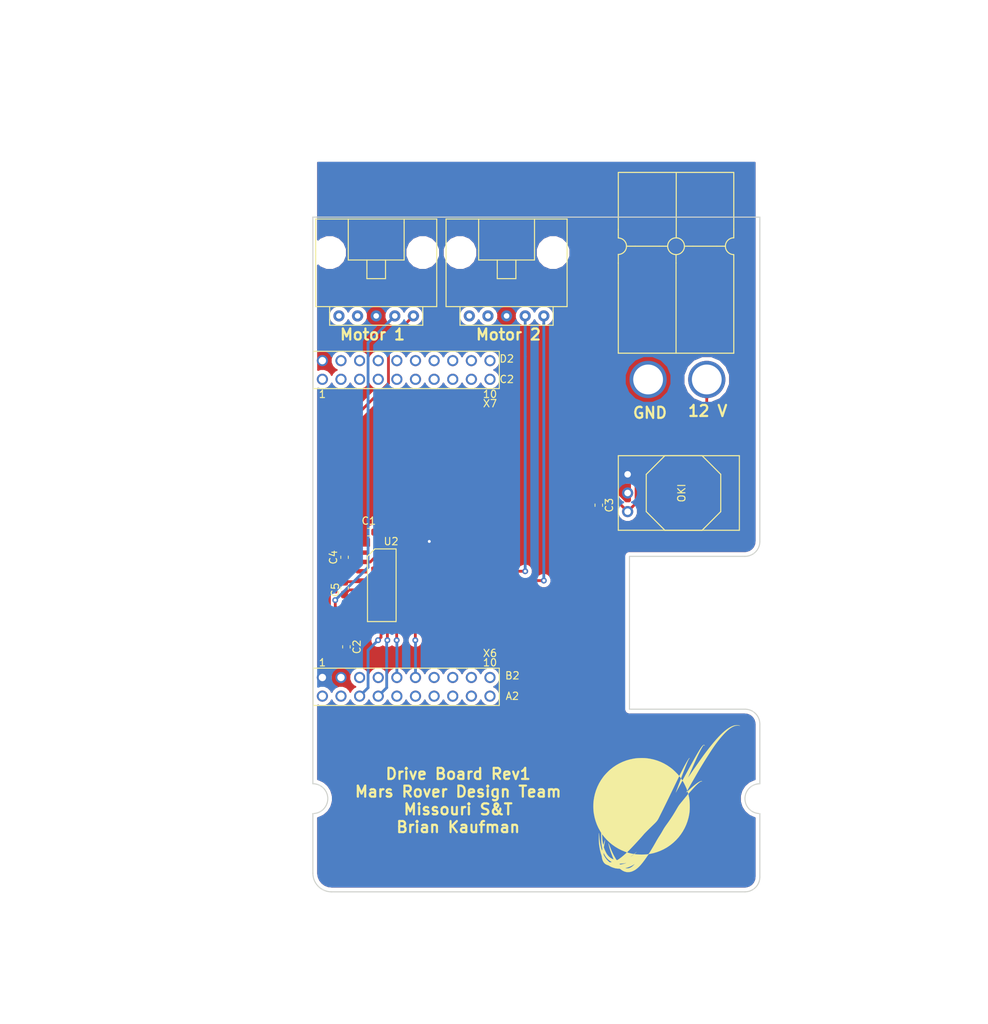
<source format=kicad_pcb>
(kicad_pcb (version 20171130) (host pcbnew "(5.0.0)")

  (general
    (thickness 1.6)
    (drawings 22)
    (tracks 85)
    (zones 0)
    (modules 12)
    (nets 55)
  )

  (page A4)
  (layers
    (0 F.Cu signal)
    (31 B.Cu signal)
    (32 B.Adhes user)
    (33 F.Adhes user)
    (34 B.Paste user)
    (35 F.Paste user)
    (36 B.SilkS user)
    (37 F.SilkS user)
    (38 B.Mask user)
    (39 F.Mask user)
    (40 Dwgs.User user)
    (41 Cmts.User user)
    (42 Eco1.User user)
    (43 Eco2.User user)
    (44 Edge.Cuts user)
    (45 Margin user)
    (46 B.CrtYd user)
    (47 F.CrtYd user)
    (48 B.Fab user)
    (49 F.Fab user)
  )

  (setup
    (last_trace_width 0.381)
    (user_trace_width 0.254)
    (user_trace_width 0.381)
    (user_trace_width 0.762)
    (trace_clearance 0.2)
    (zone_clearance 0.508)
    (zone_45_only no)
    (trace_min 0.2)
    (segment_width 0.2)
    (edge_width 0.15)
    (via_size 0.8)
    (via_drill 0.4)
    (via_min_size 0.4)
    (via_min_drill 0.3)
    (uvia_size 0.3)
    (uvia_drill 0.1)
    (uvias_allowed no)
    (uvia_min_size 0.2)
    (uvia_min_drill 0.1)
    (pcb_text_width 0.3)
    (pcb_text_size 1.5 1.5)
    (mod_edge_width 0.15)
    (mod_text_size 1 1)
    (mod_text_width 0.15)
    (pad_size 1.524 1.524)
    (pad_drill 0.762)
    (pad_to_mask_clearance 0.2)
    (aux_axis_origin 0 0)
    (visible_elements 7FFFFFFF)
    (pcbplotparams
      (layerselection 0x010fc_ffffffff)
      (usegerberextensions false)
      (usegerberattributes false)
      (usegerberadvancedattributes false)
      (creategerberjobfile false)
      (excludeedgelayer true)
      (linewidth 0.100000)
      (plotframeref false)
      (viasonmask false)
      (mode 1)
      (useauxorigin false)
      (hpglpennumber 1)
      (hpglpenspeed 20)
      (hpglpendiameter 15.000000)
      (psnegative false)
      (psa4output false)
      (plotreference true)
      (plotvalue true)
      (plotinvisibletext false)
      (padsonsilk false)
      (subtractmaskfromsilk false)
      (outputformat 1)
      (mirror false)
      (drillshape 1)
      (scaleselection 1)
      (outputdirectory ""))
  )

  (net 0 "")
  (net 1 GND)
  (net 2 "Net-(C1-Pad1)")
  (net 3 "Net-(C2-Pad1)")
  (net 4 /+12V)
  (net 5 "Net-(C4-Pad2)")
  (net 6 "Net-(C4-Pad1)")
  (net 7 "Net-(C5-Pad1)")
  (net 8 "Net-(C5-Pad2)")
  (net 9 +5V)
  (net 10 TX_1_SL)
  (net 11 RX_1_SL)
  (net 12 RX_2_SL)
  (net 13 TX_2_SL)
  (net 14 RX_2_IC)
  (net 15 TX_2_IC)
  (net 16 RX_1_IC)
  (net 17 TX_1_IC)
  (net 18 "Net-(Conn2-Pad1)")
  (net 19 "Net-(Conn2-Pad2)")
  (net 20 "Net-(Conn3-Pad2)")
  (net 21 "Net-(Conn3-Pad1)")
  (net 22 "Net-(U1-Pad+3V3)")
  (net 23 "Net-(U1-PadPM6)")
  (net 24 "Net-(U1-PadPQ1)")
  (net 25 "Net-(U1-PadPQ2)")
  (net 26 "Net-(U1-PadPQ3)")
  (net 27 "Net-(U1-PadPP3)")
  (net 28 "Net-(U1-PadPQ0)")
  (net 29 "Net-(U1-PadPA4)")
  (net 30 "Net-(U1-PadRese)")
  (net 31 "Net-(U1-PadPA7)")
  (net 32 "Net-(U1-PadPN5)")
  (net 33 "Net-(U1-PadPK2)")
  (net 34 "Net-(U1-PadPB4)")
  (net 35 "Net-(U1-PadPB5)")
  (net 36 "Net-(U1-PadPK3)")
  (net 37 "Net-(U1-PadPA5)")
  (net 38 "Net-(U1-PadPD2)")
  (net 39 "Net-(U1-PadPD4)")
  (net 40 "Net-(U1-PadPD5)")
  (net 41 "Net-(U1-PadPP4)")
  (net 42 "Net-(U1-PadPN4)")
  (net 43 "Net-(U1-PadPG1)")
  (net 44 "Net-(U1-PadPK4)")
  (net 45 "Net-(U1-PadPK5)")
  (net 46 "Net-(U1-PadPM0)")
  (net 47 "Net-(U1-PadPM1)")
  (net 48 "Net-(U1-PadPM2)")
  (net 49 "Net-(U1-PadPH0)")
  (net 50 "Net-(U1-PadPH1)")
  (net 51 "Net-(U1-PadPK6)")
  (net 52 "Net-(U1-PadPK7)")
  (net 53 "Net-(U1-PadPM7)")
  (net 54 "Net-(U1-PadPP5)")

  (net_class Default "This is the default net class."
    (clearance 0.2)
    (trace_width 0.25)
    (via_dia 0.8)
    (via_drill 0.4)
    (uvia_dia 0.3)
    (uvia_drill 0.1)
    (add_net +5V)
    (add_net /+12V)
    (add_net GND)
    (add_net "Net-(C1-Pad1)")
    (add_net "Net-(C2-Pad1)")
    (add_net "Net-(C4-Pad1)")
    (add_net "Net-(C4-Pad2)")
    (add_net "Net-(C5-Pad1)")
    (add_net "Net-(C5-Pad2)")
    (add_net "Net-(Conn2-Pad1)")
    (add_net "Net-(Conn2-Pad2)")
    (add_net "Net-(Conn3-Pad1)")
    (add_net "Net-(Conn3-Pad2)")
    (add_net "Net-(U1-Pad+3V3)")
    (add_net "Net-(U1-PadPA4)")
    (add_net "Net-(U1-PadPA5)")
    (add_net "Net-(U1-PadPA7)")
    (add_net "Net-(U1-PadPB4)")
    (add_net "Net-(U1-PadPB5)")
    (add_net "Net-(U1-PadPD2)")
    (add_net "Net-(U1-PadPD4)")
    (add_net "Net-(U1-PadPD5)")
    (add_net "Net-(U1-PadPG1)")
    (add_net "Net-(U1-PadPH0)")
    (add_net "Net-(U1-PadPH1)")
    (add_net "Net-(U1-PadPK2)")
    (add_net "Net-(U1-PadPK3)")
    (add_net "Net-(U1-PadPK4)")
    (add_net "Net-(U1-PadPK5)")
    (add_net "Net-(U1-PadPK6)")
    (add_net "Net-(U1-PadPK7)")
    (add_net "Net-(U1-PadPM0)")
    (add_net "Net-(U1-PadPM1)")
    (add_net "Net-(U1-PadPM2)")
    (add_net "Net-(U1-PadPM6)")
    (add_net "Net-(U1-PadPM7)")
    (add_net "Net-(U1-PadPN4)")
    (add_net "Net-(U1-PadPN5)")
    (add_net "Net-(U1-PadPP3)")
    (add_net "Net-(U1-PadPP4)")
    (add_net "Net-(U1-PadPP5)")
    (add_net "Net-(U1-PadPQ0)")
    (add_net "Net-(U1-PadPQ1)")
    (add_net "Net-(U1-PadPQ2)")
    (add_net "Net-(U1-PadPQ3)")
    (add_net "Net-(U1-PadRese)")
    (add_net RX_1_IC)
    (add_net RX_1_SL)
    (add_net RX_2_IC)
    (add_net RX_2_SL)
    (add_net TX_1_IC)
    (add_net TX_1_SL)
    (add_net TX_2_IC)
    (add_net TX_2_SL)
  )

  (module MRDT_ICs:SOIC_16_3.9x9.9mm_Pitch1.27mm (layer F.Cu) (tedit 5ACFDF04) (tstamp 5BAFF196)
    (at 183.642 126.873)
    (descr "16-Lead Plastic Small Outline (SL) - Narrow, 3.90 mm Body [SOIC] (see Microchip Packaging Specification 00000049BS.pdf)")
    (tags "SOIC 1.27")
    (path /5B9D8654)
    (attr smd)
    (fp_text reference U2 (at 1.27 -5.969) (layer F.SilkS)
      (effects (font (size 1 1) (thickness 0.15)))
    )
    (fp_text value MAX_3232 (at 0 6) (layer F.Fab)
      (effects (font (size 1 1) (thickness 0.15)))
    )
    (fp_text user %R (at 0 0) (layer F.Fab)
      (effects (font (size 0.9 0.9) (thickness 0.135)))
    )
    (fp_line (start -0.95 -4.95) (end 1.95 -4.95) (layer F.SilkS) (width 0.15))
    (fp_line (start 1.95 -4.95) (end 1.95 4.95) (layer F.SilkS) (width 0.15))
    (fp_line (start 1.95 4.95) (end -1.95 4.95) (layer F.SilkS) (width 0.15))
    (fp_line (start -1.95 4.95) (end -1.95 -3.95) (layer F.SilkS) (width 0.15))
    (fp_line (start -1.95 -3.95) (end -0.95 -4.95) (layer F.SilkS) (width 0.15))
    (fp_line (start -3.7 -5.25) (end -3.7 5.25) (layer F.CrtYd) (width 0.05))
    (fp_line (start 3.7 -5.25) (end 3.7 5.25) (layer F.CrtYd) (width 0.05))
    (fp_line (start -3.7 -5.25) (end 3.7 -5.25) (layer F.CrtYd) (width 0.05))
    (fp_line (start -3.7 5.25) (end 3.7 5.25) (layer F.CrtYd) (width 0.05))
    (pad 1 smd rect (at -2.7 -4.445) (size 1.5 0.6) (layers F.Cu F.Paste F.Mask)
      (net 6 "Net-(C4-Pad1)"))
    (pad 2 smd rect (at -2.7 -3.175) (size 1.5 0.6) (layers F.Cu F.Paste F.Mask)
      (net 2 "Net-(C1-Pad1)"))
    (pad 3 smd rect (at -2.7 -1.905) (size 1.5 0.6) (layers F.Cu F.Paste F.Mask)
      (net 5 "Net-(C4-Pad2)"))
    (pad 4 smd rect (at -2.7 -0.635) (size 1.5 0.6) (layers F.Cu F.Paste F.Mask)
      (net 7 "Net-(C5-Pad1)"))
    (pad 5 smd rect (at -2.7 0.635) (size 1.5 0.6) (layers F.Cu F.Paste F.Mask)
      (net 8 "Net-(C5-Pad2)"))
    (pad 6 smd rect (at -2.7 1.905) (size 1.5 0.6) (layers F.Cu F.Paste F.Mask)
      (net 3 "Net-(C2-Pad1)"))
    (pad 7 smd rect (at -2.7 3.175) (size 1.5 0.6) (layers F.Cu F.Paste F.Mask)
      (net 13 TX_2_SL))
    (pad 8 smd rect (at -2.7 4.445) (size 1.5 0.6) (layers F.Cu F.Paste F.Mask)
      (net 12 RX_2_SL))
    (pad 9 smd rect (at 2.7 4.445) (size 1.5 0.6) (layers F.Cu F.Paste F.Mask)
      (net 14 RX_2_IC))
    (pad 10 smd rect (at 2.7 3.175) (size 1.5 0.6) (layers F.Cu F.Paste F.Mask)
      (net 15 TX_2_IC))
    (pad 11 smd rect (at 2.7 1.905) (size 1.5 0.6) (layers F.Cu F.Paste F.Mask)
      (net 17 TX_1_IC))
    (pad 12 smd rect (at 2.7 0.635) (size 1.5 0.6) (layers F.Cu F.Paste F.Mask)
      (net 16 RX_1_IC))
    (pad 13 smd rect (at 2.7 -0.635) (size 1.5 0.6) (layers F.Cu F.Paste F.Mask)
      (net 11 RX_1_SL))
    (pad 14 smd rect (at 2.7 -1.905) (size 1.5 0.6) (layers F.Cu F.Paste F.Mask)
      (net 10 TX_1_SL))
    (pad 15 smd rect (at 2.7 -3.175) (size 1.5 0.6) (layers F.Cu F.Paste F.Mask)
      (net 1 GND))
    (pad 16 smd rect (at 2.7 -4.445) (size 1.5 0.6) (layers F.Cu F.Paste F.Mask)
      (net 9 +5V))
    (model ${KISYS3DMOD}/Housings_SOIC.3dshapes/SOIC-16_3.9x9.9mm_Pitch1.27mm.wrl
      (at (xyz 0 0 0))
      (scale (xyz 1 1 1))
      (rotate (xyz 0 0 0))
    )
  )

  (module Capacitor_SMD:C_0603_1608Metric_Pad1.05x0.95mm_HandSolder (layer F.Cu) (tedit 5B301BBE) (tstamp 5BAFF051)
    (at 181.864 119.634 180)
    (descr "Capacitor SMD 0603 (1608 Metric), square (rectangular) end terminal, IPC_7351 nominal with elongated pad for handsoldering. (Body size source: http://www.tortai-tech.com/upload/download/2011102023233369053.pdf), generated with kicad-footprint-generator")
    (tags "capacitor handsolder")
    (path /5B9D8BE9)
    (attr smd)
    (fp_text reference C1 (at 0 1.524 180) (layer F.SilkS)
      (effects (font (size 1 1) (thickness 0.15)))
    )
    (fp_text value .1uF (at 0 1.43 180) (layer F.Fab)
      (effects (font (size 1 1) (thickness 0.15)))
    )
    (fp_line (start -0.8 0.4) (end -0.8 -0.4) (layer F.Fab) (width 0.1))
    (fp_line (start -0.8 -0.4) (end 0.8 -0.4) (layer F.Fab) (width 0.1))
    (fp_line (start 0.8 -0.4) (end 0.8 0.4) (layer F.Fab) (width 0.1))
    (fp_line (start 0.8 0.4) (end -0.8 0.4) (layer F.Fab) (width 0.1))
    (fp_line (start -0.171267 -0.51) (end 0.171267 -0.51) (layer F.SilkS) (width 0.12))
    (fp_line (start -0.171267 0.51) (end 0.171267 0.51) (layer F.SilkS) (width 0.12))
    (fp_line (start -1.65 0.73) (end -1.65 -0.73) (layer F.CrtYd) (width 0.05))
    (fp_line (start -1.65 -0.73) (end 1.65 -0.73) (layer F.CrtYd) (width 0.05))
    (fp_line (start 1.65 -0.73) (end 1.65 0.73) (layer F.CrtYd) (width 0.05))
    (fp_line (start 1.65 0.73) (end -1.65 0.73) (layer F.CrtYd) (width 0.05))
    (fp_text user %R (at 0 0.127 180) (layer F.Fab)
      (effects (font (size 0.4 0.4) (thickness 0.06)))
    )
    (pad 1 smd roundrect (at -0.875 0 180) (size 1.05 0.95) (layers F.Cu F.Paste F.Mask) (roundrect_rratio 0.25)
      (net 2 "Net-(C1-Pad1)"))
    (pad 2 smd roundrect (at 0.875 0 180) (size 1.05 0.95) (layers F.Cu F.Paste F.Mask) (roundrect_rratio 0.25)
      (net 1 GND))
    (model ${KISYS3DMOD}/Capacitor_SMD.3dshapes/C_0603_1608Metric.wrl
      (at (xyz 0 0 0))
      (scale (xyz 1 1 1))
      (rotate (xyz 0 0 0))
    )
  )

  (module Capacitor_SMD:C_0603_1608Metric_Pad1.05x0.95mm_HandSolder (layer F.Cu) (tedit 5B301BBE) (tstamp 5BAFF062)
    (at 178.816 135.269 270)
    (descr "Capacitor SMD 0603 (1608 Metric), square (rectangular) end terminal, IPC_7351 nominal with elongated pad for handsoldering. (Body size source: http://www.tortai-tech.com/upload/download/2011102023233369053.pdf), generated with kicad-footprint-generator")
    (tags "capacitor handsolder")
    (path /5B9D8C37)
    (attr smd)
    (fp_text reference C2 (at 0 -1.43 270) (layer F.SilkS)
      (effects (font (size 1 1) (thickness 0.15)))
    )
    (fp_text value .1uF (at 0 1.43 270) (layer F.Fab)
      (effects (font (size 1 1) (thickness 0.15)))
    )
    (fp_text user %R (at 0 0 270) (layer F.Fab)
      (effects (font (size 0.4 0.4) (thickness 0.06)))
    )
    (fp_line (start 1.65 0.73) (end -1.65 0.73) (layer F.CrtYd) (width 0.05))
    (fp_line (start 1.65 -0.73) (end 1.65 0.73) (layer F.CrtYd) (width 0.05))
    (fp_line (start -1.65 -0.73) (end 1.65 -0.73) (layer F.CrtYd) (width 0.05))
    (fp_line (start -1.65 0.73) (end -1.65 -0.73) (layer F.CrtYd) (width 0.05))
    (fp_line (start -0.171267 0.51) (end 0.171267 0.51) (layer F.SilkS) (width 0.12))
    (fp_line (start -0.171267 -0.51) (end 0.171267 -0.51) (layer F.SilkS) (width 0.12))
    (fp_line (start 0.8 0.4) (end -0.8 0.4) (layer F.Fab) (width 0.1))
    (fp_line (start 0.8 -0.4) (end 0.8 0.4) (layer F.Fab) (width 0.1))
    (fp_line (start -0.8 -0.4) (end 0.8 -0.4) (layer F.Fab) (width 0.1))
    (fp_line (start -0.8 0.4) (end -0.8 -0.4) (layer F.Fab) (width 0.1))
    (pad 2 smd roundrect (at 0.875 0 270) (size 1.05 0.95) (layers F.Cu F.Paste F.Mask) (roundrect_rratio 0.25)
      (net 1 GND))
    (pad 1 smd roundrect (at -0.875 0 270) (size 1.05 0.95) (layers F.Cu F.Paste F.Mask) (roundrect_rratio 0.25)
      (net 3 "Net-(C2-Pad1)"))
    (model ${KISYS3DMOD}/Capacitor_SMD.3dshapes/C_0603_1608Metric.wrl
      (at (xyz 0 0 0))
      (scale (xyz 1 1 1))
      (rotate (xyz 0 0 0))
    )
  )

  (module Capacitor_SMD:C_0603_1608Metric_Pad1.05x0.95mm_HandSolder (layer F.Cu) (tedit 5B301BBE) (tstamp 5BAFF8DA)
    (at 213.233 115.965 270)
    (descr "Capacitor SMD 0603 (1608 Metric), square (rectangular) end terminal, IPC_7351 nominal with elongated pad for handsoldering. (Body size source: http://www.tortai-tech.com/upload/download/2011102023233369053.pdf), generated with kicad-footprint-generator")
    (tags "capacitor handsolder")
    (path /5B9D808D)
    (attr smd)
    (fp_text reference C3 (at 0 -1.43 270) (layer F.SilkS)
      (effects (font (size 1 1) (thickness 0.15)))
    )
    (fp_text value 10uF (at 0 1.43 270) (layer F.Fab)
      (effects (font (size 1 1) (thickness 0.15)))
    )
    (fp_line (start -0.8 0.4) (end -0.8 -0.4) (layer F.Fab) (width 0.1))
    (fp_line (start -0.8 -0.4) (end 0.8 -0.4) (layer F.Fab) (width 0.1))
    (fp_line (start 0.8 -0.4) (end 0.8 0.4) (layer F.Fab) (width 0.1))
    (fp_line (start 0.8 0.4) (end -0.8 0.4) (layer F.Fab) (width 0.1))
    (fp_line (start -0.171267 -0.51) (end 0.171267 -0.51) (layer F.SilkS) (width 0.12))
    (fp_line (start -0.171267 0.51) (end 0.171267 0.51) (layer F.SilkS) (width 0.12))
    (fp_line (start -1.65 0.73) (end -1.65 -0.73) (layer F.CrtYd) (width 0.05))
    (fp_line (start -1.65 -0.73) (end 1.65 -0.73) (layer F.CrtYd) (width 0.05))
    (fp_line (start 1.65 -0.73) (end 1.65 0.73) (layer F.CrtYd) (width 0.05))
    (fp_line (start 1.65 0.73) (end -1.65 0.73) (layer F.CrtYd) (width 0.05))
    (fp_text user %R (at 0 0 270) (layer F.Fab)
      (effects (font (size 0.4 0.4) (thickness 0.06)))
    )
    (pad 1 smd roundrect (at -0.875 0 270) (size 1.05 0.95) (layers F.Cu F.Paste F.Mask) (roundrect_rratio 0.25)
      (net 4 /+12V))
    (pad 2 smd roundrect (at 0.875 0 270) (size 1.05 0.95) (layers F.Cu F.Paste F.Mask) (roundrect_rratio 0.25)
      (net 1 GND))
    (model ${KISYS3DMOD}/Capacitor_SMD.3dshapes/C_0603_1608Metric.wrl
      (at (xyz 0 0 0))
      (scale (xyz 1 1 1))
      (rotate (xyz 0 0 0))
    )
  )

  (module Capacitor_SMD:C_0603_1608Metric_Pad1.05x0.95mm_HandSolder (layer F.Cu) (tedit 5B301BBE) (tstamp 5BAFF084)
    (at 178.562 123.063 270)
    (descr "Capacitor SMD 0603 (1608 Metric), square (rectangular) end terminal, IPC_7351 nominal with elongated pad for handsoldering. (Body size source: http://www.tortai-tech.com/upload/download/2011102023233369053.pdf), generated with kicad-footprint-generator")
    (tags "capacitor handsolder")
    (path /5B9D8B05)
    (attr smd)
    (fp_text reference C4 (at 0 1.524 270) (layer F.SilkS)
      (effects (font (size 1 1) (thickness 0.15)))
    )
    (fp_text value .1uF (at 0 1.43 270) (layer F.Fab)
      (effects (font (size 1 1) (thickness 0.15)))
    )
    (fp_line (start -0.8 0.4) (end -0.8 -0.4) (layer F.Fab) (width 0.1))
    (fp_line (start -0.8 -0.4) (end 0.8 -0.4) (layer F.Fab) (width 0.1))
    (fp_line (start 0.8 -0.4) (end 0.8 0.4) (layer F.Fab) (width 0.1))
    (fp_line (start 0.8 0.4) (end -0.8 0.4) (layer F.Fab) (width 0.1))
    (fp_line (start -0.171267 -0.51) (end 0.171267 -0.51) (layer F.SilkS) (width 0.12))
    (fp_line (start -0.171267 0.51) (end 0.171267 0.51) (layer F.SilkS) (width 0.12))
    (fp_line (start -1.65 0.73) (end -1.65 -0.73) (layer F.CrtYd) (width 0.05))
    (fp_line (start -1.65 -0.73) (end 1.65 -0.73) (layer F.CrtYd) (width 0.05))
    (fp_line (start 1.65 -0.73) (end 1.65 0.73) (layer F.CrtYd) (width 0.05))
    (fp_line (start 1.65 0.73) (end -1.65 0.73) (layer F.CrtYd) (width 0.05))
    (fp_text user %R (at 0 0 270) (layer F.Fab)
      (effects (font (size 0.4 0.4) (thickness 0.06)))
    )
    (pad 1 smd roundrect (at -0.875 0 270) (size 1.05 0.95) (layers F.Cu F.Paste F.Mask) (roundrect_rratio 0.25)
      (net 6 "Net-(C4-Pad1)"))
    (pad 2 smd roundrect (at 0.875 0 270) (size 1.05 0.95) (layers F.Cu F.Paste F.Mask) (roundrect_rratio 0.25)
      (net 5 "Net-(C4-Pad2)"))
    (model ${KISYS3DMOD}/Capacitor_SMD.3dshapes/C_0603_1608Metric.wrl
      (at (xyz 0 0 0))
      (scale (xyz 1 1 1))
      (rotate (xyz 0 0 0))
    )
  )

  (module Capacitor_SMD:C_0603_1608Metric_Pad1.05x0.95mm_HandSolder (layer F.Cu) (tedit 5B301BBE) (tstamp 5BAFF095)
    (at 178.562 127.268 270)
    (descr "Capacitor SMD 0603 (1608 Metric), square (rectangular) end terminal, IPC_7351 nominal with elongated pad for handsoldering. (Body size source: http://www.tortai-tech.com/upload/download/2011102023233369053.pdf), generated with kicad-footprint-generator")
    (tags "capacitor handsolder")
    (path /5B9D8BA6)
    (attr smd)
    (fp_text reference C5 (at 0.24 1.27 270) (layer F.SilkS)
      (effects (font (size 1 1) (thickness 0.15)))
    )
    (fp_text value .1uF (at 0 1.43 270) (layer F.Fab)
      (effects (font (size 1 1) (thickness 0.15)))
    )
    (fp_text user %R (at 0 0 270) (layer F.Fab)
      (effects (font (size 0.4 0.4) (thickness 0.06)))
    )
    (fp_line (start 1.65 0.73) (end -1.65 0.73) (layer F.CrtYd) (width 0.05))
    (fp_line (start 1.65 -0.73) (end 1.65 0.73) (layer F.CrtYd) (width 0.05))
    (fp_line (start -1.65 -0.73) (end 1.65 -0.73) (layer F.CrtYd) (width 0.05))
    (fp_line (start -1.65 0.73) (end -1.65 -0.73) (layer F.CrtYd) (width 0.05))
    (fp_line (start -0.171267 0.51) (end 0.171267 0.51) (layer F.SilkS) (width 0.12))
    (fp_line (start -0.171267 -0.51) (end 0.171267 -0.51) (layer F.SilkS) (width 0.12))
    (fp_line (start 0.8 0.4) (end -0.8 0.4) (layer F.Fab) (width 0.1))
    (fp_line (start 0.8 -0.4) (end 0.8 0.4) (layer F.Fab) (width 0.1))
    (fp_line (start -0.8 -0.4) (end 0.8 -0.4) (layer F.Fab) (width 0.1))
    (fp_line (start -0.8 0.4) (end -0.8 -0.4) (layer F.Fab) (width 0.1))
    (pad 2 smd roundrect (at 0.875 0 270) (size 1.05 0.95) (layers F.Cu F.Paste F.Mask) (roundrect_rratio 0.25)
      (net 8 "Net-(C5-Pad2)"))
    (pad 1 smd roundrect (at -0.875 0 270) (size 1.05 0.95) (layers F.Cu F.Paste F.Mask) (roundrect_rratio 0.25)
      (net 7 "Net-(C5-Pad1)"))
    (model ${KISYS3DMOD}/Capacitor_SMD.3dshapes/C_0603_1608Metric.wrl
      (at (xyz 0 0 0))
      (scale (xyz 1 1 1))
      (rotate (xyz 0 0 0))
    )
  )

  (module MRDT_Connectors:Anderson_2_Horisontal_Side_by_Side (layer F.Cu) (tedit 5AAD70FE) (tstamp 5BAFF0C4)
    (at 215.9 95.25 270)
    (path /5B9D7E2C)
    (fp_text reference Conn1 (at -1.8796 0.762 270) (layer F.SilkS) hide
      (effects (font (size 1 1) (thickness 0.15)))
    )
    (fp_text value AndersonPP (at -12.8651 -16.764 270) (layer F.Fab)
      (effects (font (size 1 1) (thickness 0.15)))
    )
    (fp_arc (start -14.5796 0) (end -14.5796 -1.1176) (angle 90) (layer F.SilkS) (width 0.15))
    (fp_arc (start -14.5796 0) (end -15.6972 0) (angle 90) (layer F.SilkS) (width 0.15))
    (fp_line (start -24.638 -15.748) (end -24.638 0) (layer F.SilkS) (width 0.15))
    (fp_line (start 0 -15.748) (end 0 0) (layer F.SilkS) (width 0.15))
    (fp_line (start -15.7226 -15.748) (end -16.9418 -15.748) (layer F.SilkS) (width 0.15))
    (fp_arc (start -14.5796 -15.748) (end -13.4366 -15.748) (angle 90) (layer F.SilkS) (width 0.15))
    (fp_arc (start -14.5796 -15.748) (end -14.5796 -14.605) (angle 90) (layer F.SilkS) (width 0.15))
    (fp_line (start -12.2682 0) (end -13.462 0) (layer F.SilkS) (width 0.15))
    (fp_line (start -14.5796 -2.3114) (end -14.5796 -1.143) (layer F.SilkS) (width 0.15))
    (fp_line (start -16.891 0) (end -15.7226 0) (layer F.SilkS) (width 0.15))
    (fp_line (start -12.319 -15.748) (end -13.4112 -15.748) (layer F.SilkS) (width 0.15))
    (fp_line (start -14.5796 -14.605) (end -14.5796 -13.4366) (layer F.SilkS) (width 0.15))
    (fp_line (start -14.5796 -5.588) (end -14.5796 -6.731) (layer F.SilkS) (width 0.15))
    (fp_line (start -24.6126 -7.8994) (end -15.7226 -7.8994) (layer F.SilkS) (width 0.15))
    (fp_line (start -14.5796 -10.16) (end -14.5796 -9.017) (layer F.SilkS) (width 0.15))
    (fp_line (start -12.2936 -7.874) (end -13.4366 -7.874) (layer F.SilkS) (width 0.15))
    (fp_line (start -14.5796 -5.588) (end -14.5796 -2.286) (layer F.SilkS) (width 0.15))
    (fp_line (start -12.2936 -7.874) (end 0 -7.874) (layer F.SilkS) (width 0.15))
    (fp_line (start -14.5796 -10.16) (end -14.5796 -13.4366) (layer F.SilkS) (width 0.15))
    (fp_circle (center -14.5796 -7.874) (end -14.5796 -6.731) (layer F.SilkS) (width 0.15))
    (fp_line (start -12.2936 0) (end 0 0) (layer F.SilkS) (width 0.15))
    (fp_line (start -16.8656 0) (end -24.6126 0) (layer F.SilkS) (width 0.15))
    (fp_line (start -24.6126 -15.748) (end -16.8656 -15.748) (layer F.SilkS) (width 0.15))
    (fp_line (start -12.2936 -15.748) (end 0 -15.748) (layer F.SilkS) (width 0.15))
    (pad 1 thru_hole circle (at 3.5814 -4.063 270) (size 5.08 5.08) (drill 4.06) (layers *.Cu *.Mask F.Paste)
      (net 1 GND))
    (pad 2 thru_hole circle (at 3.5814 -12.064 270) (size 5.08 5.08) (drill 4.06) (layers *.Cu *.Mask F.Paste)
      (net 4 /+12V))
  )

  (module MRDT_Connectors:MOLEX_SL_05_Horizontal (layer F.Cu) (tedit 5AB80068) (tstamp 5BAFF0E2)
    (at 200.66 90.17)
    (path /5B9D853E)
    (fp_text reference Conn2 (at -3.81 2.54) (layer F.SilkS) hide
      (effects (font (size 1 1) (thickness 0.15)))
    )
    (fp_text value Molex_SL_05 (at 0 2.54) (layer F.Fab)
      (effects (font (size 1 1) (thickness 0.15)))
    )
    (fp_line (start -3.81 -13.208) (end -3.81 -12.7) (layer F.SilkS) (width 0.15))
    (fp_line (start 3.81 -12.7) (end 3.81 -13.208) (layer F.SilkS) (width 0.15))
    (fp_line (start -8.255 -13.208) (end 8.255 -13.208) (layer F.SilkS) (width 0.15))
    (fp_line (start -8.255 -1.27) (end -8.255 -13.208) (layer F.SilkS) (width 0.15))
    (fp_line (start 8.255 -1.27) (end 8.255 -13.208) (layer F.SilkS) (width 0.15))
    (fp_line (start 6.35 -1.27) (end 8.255 -1.27) (layer F.SilkS) (width 0.15))
    (fp_line (start -6.35 -1.27) (end -8.255 -1.27) (layer F.SilkS) (width 0.15))
    (fp_line (start -3.81 -8.89) (end -3.81 -7.62) (layer F.SilkS) (width 0.15))
    (fp_line (start -3.81 -7.62) (end 3.81 -7.62) (layer F.SilkS) (width 0.15))
    (fp_line (start 3.81 -7.62) (end 3.81 -8.89) (layer F.SilkS) (width 0.15))
    (fp_line (start 3.81 -8.89) (end 3.81 -12.7) (layer F.SilkS) (width 0.15))
    (fp_line (start -3.81 -8.89) (end -3.81 -12.7) (layer F.SilkS) (width 0.15))
    (fp_line (start -1.27 -7.62) (end -1.27 -5.08) (layer F.SilkS) (width 0.15))
    (fp_line (start -1.27 -5.08) (end 1.27 -5.08) (layer F.SilkS) (width 0.15))
    (fp_line (start 1.27 -5.08) (end 1.27 -7.62) (layer F.SilkS) (width 0.15))
    (fp_line (start -6.35 -1.27) (end 6.35 -1.27) (layer F.SilkS) (width 0.15))
    (fp_line (start 6.35 -1.27) (end 6.35 1.27) (layer F.SilkS) (width 0.15))
    (fp_line (start 6.35 1.27) (end -6.35 1.27) (layer F.SilkS) (width 0.15))
    (fp_line (start -6.35 1.27) (end -6.35 -1.27) (layer F.SilkS) (width 0.15))
    (pad 1 thru_hole circle (at -5.08 0) (size 1.524 1.524) (drill 0.762) (layers *.Cu *.Mask)
      (net 18 "Net-(Conn2-Pad1)"))
    (pad 2 thru_hole circle (at -2.54 0) (size 1.524 1.524) (drill 0.762) (layers *.Cu *.Mask)
      (net 19 "Net-(Conn2-Pad2)"))
    (pad 3 thru_hole circle (at 0 0) (size 1.524 1.524) (drill 0.762) (layers *.Cu *.Mask)
      (net 1 GND))
    (pad 4 thru_hole circle (at 2.54 0) (size 1.524 1.524) (drill 0.762) (layers *.Cu *.Mask)
      (net 10 TX_1_SL))
    (pad 5 thru_hole circle (at 5.08 0) (size 1.524 1.524) (drill 0.762) (layers *.Cu *.Mask)
      (net 11 RX_1_SL))
    (pad "" np_thru_hole circle (at -6.35 -8.636) (size 3.45 3.45) (drill 3.45) (layers *.Cu *.Mask))
    (pad "" np_thru_hole circle (at 6.35 -8.636) (size 3.45 3.45) (drill 3.45) (layers *.Cu *.Mask))
  )

  (module MRDT_Connectors:MOLEX_SL_05_Horizontal (layer F.Cu) (tedit 5AB80068) (tstamp 5BAFF100)
    (at 182.88 90.17)
    (path /5B9D859F)
    (fp_text reference Conn3 (at -3.81 2.54) (layer F.SilkS) hide
      (effects (font (size 1 1) (thickness 0.15)))
    )
    (fp_text value Molex_SL_05 (at 0 2.54) (layer F.Fab)
      (effects (font (size 1 1) (thickness 0.15)))
    )
    (fp_line (start -6.35 1.27) (end -6.35 -1.27) (layer F.SilkS) (width 0.15))
    (fp_line (start 6.35 1.27) (end -6.35 1.27) (layer F.SilkS) (width 0.15))
    (fp_line (start 6.35 -1.27) (end 6.35 1.27) (layer F.SilkS) (width 0.15))
    (fp_line (start -6.35 -1.27) (end 6.35 -1.27) (layer F.SilkS) (width 0.15))
    (fp_line (start 1.27 -5.08) (end 1.27 -7.62) (layer F.SilkS) (width 0.15))
    (fp_line (start -1.27 -5.08) (end 1.27 -5.08) (layer F.SilkS) (width 0.15))
    (fp_line (start -1.27 -7.62) (end -1.27 -5.08) (layer F.SilkS) (width 0.15))
    (fp_line (start -3.81 -8.89) (end -3.81 -12.7) (layer F.SilkS) (width 0.15))
    (fp_line (start 3.81 -8.89) (end 3.81 -12.7) (layer F.SilkS) (width 0.15))
    (fp_line (start 3.81 -7.62) (end 3.81 -8.89) (layer F.SilkS) (width 0.15))
    (fp_line (start -3.81 -7.62) (end 3.81 -7.62) (layer F.SilkS) (width 0.15))
    (fp_line (start -3.81 -8.89) (end -3.81 -7.62) (layer F.SilkS) (width 0.15))
    (fp_line (start -6.35 -1.27) (end -8.255 -1.27) (layer F.SilkS) (width 0.15))
    (fp_line (start 6.35 -1.27) (end 8.255 -1.27) (layer F.SilkS) (width 0.15))
    (fp_line (start 8.255 -1.27) (end 8.255 -13.208) (layer F.SilkS) (width 0.15))
    (fp_line (start -8.255 -1.27) (end -8.255 -13.208) (layer F.SilkS) (width 0.15))
    (fp_line (start -8.255 -13.208) (end 8.255 -13.208) (layer F.SilkS) (width 0.15))
    (fp_line (start 3.81 -12.7) (end 3.81 -13.208) (layer F.SilkS) (width 0.15))
    (fp_line (start -3.81 -13.208) (end -3.81 -12.7) (layer F.SilkS) (width 0.15))
    (pad "" np_thru_hole circle (at 6.35 -8.636) (size 3.45 3.45) (drill 3.45) (layers *.Cu *.Mask))
    (pad "" np_thru_hole circle (at -6.35 -8.636) (size 3.45 3.45) (drill 3.45) (layers *.Cu *.Mask))
    (pad 5 thru_hole circle (at 5.08 0) (size 1.524 1.524) (drill 0.762) (layers *.Cu *.Mask)
      (net 12 RX_2_SL))
    (pad 4 thru_hole circle (at 2.54 0) (size 1.524 1.524) (drill 0.762) (layers *.Cu *.Mask)
      (net 13 TX_2_SL))
    (pad 3 thru_hole circle (at 0 0) (size 1.524 1.524) (drill 0.762) (layers *.Cu *.Mask)
      (net 1 GND))
    (pad 2 thru_hole circle (at -2.54 0) (size 1.524 1.524) (drill 0.762) (layers *.Cu *.Mask)
      (net 20 "Net-(Conn3-Pad2)"))
    (pad 1 thru_hole circle (at -5.08 0) (size 1.524 1.524) (drill 0.762) (layers *.Cu *.Mask)
      (net 21 "Net-(Conn3-Pad1)"))
  )

  (module MRDT_Shields:TM4C129E_Launchpad_X7 (layer F.Cu) (tedit 5B7ED10A) (tstamp 5BAFF178)
    (at 174.269001 143.255001)
    (path /5B9D7B83)
    (fp_text reference U1 (at 57.404 -0.762 180) (layer F.SilkS) hide
      (effects (font (size 1 1) (thickness 0.15)))
    )
    (fp_text value TM4C129E_Launchpad (at 32.512 1.016) (layer F.Fab) hide
      (effects (font (size 1 1) (thickness 0.15)))
    )
    (fp_line (start 0 0) (end 0 -74.5998) (layer F.Fab) (width 0.15))
    (fp_line (start 60.96 -74.5998) (end 60.96 -22.352) (layer F.Fab) (width 0.15))
    (fp_text user "10cm Line" (at 4.064 -75.438) (layer F.Fab)
      (effects (font (size 1 1) (thickness 0.15)))
    )
    (fp_line (start 60.96 23.368) (end 60.96 22.86) (layer F.Fab) (width 0.15))
    (fp_line (start 58.42 25.4) (end 58.928 25.4) (layer F.Fab) (width 0.15))
    (fp_line (start 2.032 25.4) (end 2.54 25.4) (layer F.Fab) (width 0.15))
    (fp_line (start 0 23.368) (end 0 22.8346) (layer F.Fab) (width 0.15))
    (fp_line (start 0 12.954) (end 0 12.446) (layer F.Fab) (width 0.05))
    (fp_arc (start 58.928 2.54) (end 58.928 0.508) (angle 90) (layer F.Fab) (width 0.15))
    (fp_line (start 58.928 25.4) (end 2.54 25.4) (layer F.Fab) (width 0.15))
    (fp_line (start 60.96 14.732) (end 60.96 22.86) (layer F.Fab) (width 0.15))
    (fp_arc (start 60.96 12.7) (end 60.96 14.732) (angle 90) (layer F.Fab) (width 0.15))
    (fp_arc (start 60.96 12.7) (end 58.928 12.7) (angle 90) (layer F.Fab) (width 0.15))
    (fp_line (start 60.96 2.54) (end 60.96 10.668) (layer F.Fab) (width 0.15))
    (fp_arc (start 0 12.7) (end 0 10.668) (angle 90) (layer F.Fab) (width 0.15))
    (fp_arc (start 0 12.7) (end 2.032 12.7) (angle 90) (layer F.Fab) (width 0.15))
    (fp_line (start 0 14.732) (end 0 22.86) (layer F.Fab) (width 0.15))
    (fp_line (start 0 0) (end 0 10.668) (layer F.Fab) (width 0.15))
    (fp_text user "Keep Out" (at 47.244 -17.526) (layer F.Fab)
      (effects (font (size 1 1) (thickness 0.15)))
    )
    (fp_text user "Ethernet Jack" (at 49.022 -19.05) (layer F.Fab)
      (effects (font (size 1 1) (thickness 0.15)))
    )
    (fp_text user "Expand out this way -->" (at -0.762 -64.6176 90) (layer F.Fab)
      (effects (font (size 1 1) (thickness 0.15)))
    )
    (fp_text user 1 (at 1.27 -42.418 180) (layer F.SilkS)
      (effects (font (size 1 1) (thickness 0.15)))
    )
    (fp_text user 10 (at 24.13 -42.418 180) (layer F.SilkS)
      (effects (font (size 1 1) (thickness 0.15)))
    )
    (fp_text user 10 (at 24.13 -5.842 180) (layer F.SilkS)
      (effects (font (size 1 1) (thickness 0.15)))
    )
    (fp_text user 1 (at 1.27 -5.842 180) (layer F.SilkS)
      (effects (font (size 1 1) (thickness 0.15)))
    )
    (fp_text user X7 (at 24.13 -41.148 180) (layer F.SilkS)
      (effects (font (size 1 1) (thickness 0.15)))
    )
    (fp_text user X6 (at 24.13 -7.112) (layer F.SilkS)
      (effects (font (size 1 1) (thickness 0.15)))
    )
    (fp_text user "Boosterpack 2" (at 27.432 -75.692) (layer F.Fab)
      (effects (font (size 1 1) (thickness 0.15)))
    )
    (fp_line (start 58.928 -20.32) (end 43.18 -20.32) (layer F.Fab) (width 0.15))
    (fp_line (start 43.18 -20.32) (end 43.18 0.508) (layer F.Fab) (width 0.15))
    (fp_line (start 0 0.508) (end 58.928 0.508) (layer F.Fab) (width 0.15))
    (fp_line (start 0 -74.6) (end 60.96 -74.6) (layer F.Fab) (width 0.15))
    (fp_text user C2 (at 26.416 -44.45 180) (layer F.SilkS)
      (effects (font (size 1 1) (thickness 0.15)))
    )
    (fp_text user D2 (at 26.416 -47.244) (layer F.SilkS)
      (effects (font (size 1 1) (thickness 0.15)))
    )
    (fp_text user B2 (at 27.178 -4.064 180) (layer F.SilkS)
      (effects (font (size 1 1) (thickness 0.15)))
    )
    (fp_text user A2 (at 27.178 -1.27 180) (layer F.SilkS)
      (effects (font (size 1 1) (thickness 0.15)))
    )
    (fp_line (start 25.4 -5.08) (end 0 -5.08) (layer F.SilkS) (width 0.15))
    (fp_line (start 0 -43.18) (end 25.4 -43.18) (layer F.SilkS) (width 0.15))
    (fp_line (start 25.4 0) (end 25.4 -5.08) (layer F.SilkS) (width 0.15))
    (fp_line (start 0 -5.08) (end 0 0) (layer F.SilkS) (width 0.15))
    (fp_line (start 0 0) (end 25.4 0) (layer F.SilkS) (width 0.15))
    (fp_line (start 25.4 -43.18) (end 25.4 -48.26) (layer F.SilkS) (width 0.15))
    (fp_line (start 25.4 -48.26) (end 0 -48.26) (layer F.SilkS) (width 0.15))
    (fp_line (start 0 -48.26) (end 0 -43.18) (layer F.SilkS) (width 0.15))
    (fp_line (start 0.254 12.7) (end -0.254 12.7) (layer F.Fab) (width 0.05))
    (fp_line (start 2.286 12.7) (end 1.778 12.7) (layer F.Fab) (width 0.05))
    (fp_line (start 0 14.986) (end 0 14.478) (layer F.Fab) (width 0.05))
    (fp_line (start 0.254 14.732) (end -0.254 14.732) (layer F.Fab) (width 0.05))
    (fp_line (start 0 10.922) (end 0 10.414) (layer F.Fab) (width 0.05))
    (fp_line (start 0.254 10.668) (end -0.254 10.668) (layer F.Fab) (width 0.05))
    (fp_arc (start 2.032 23.368) (end 2.032 25.4) (angle 90) (layer F.Fab) (width 0.15))
    (fp_line (start 2.794 22.86) (end 2.286 22.86) (layer F.Fab) (width 0.05))
    (fp_line (start 2.54 23.114) (end 2.54 22.606) (layer F.Fab) (width 0.05))
    (fp_line (start 0.254 22.86) (end -0.254 22.86) (layer F.Fab) (width 0.05))
    (fp_line (start 2.54 25.654) (end 2.54 25.146) (layer F.Fab) (width 0.05))
    (fp_line (start 59.182 23.368) (end 58.674 23.368) (layer F.Fab) (width 0.05))
    (fp_line (start 58.928 23.622) (end 58.928 23.114) (layer F.Fab) (width 0.05))
    (fp_arc (start 58.928 23.368) (end 60.96 23.368) (angle 90) (layer F.Fab) (width 0.15))
    (fp_line (start 61.214 23.368) (end 60.706 23.368) (layer F.Fab) (width 0.05))
    (fp_line (start 58.928 25.654) (end 58.928 25.146) (layer F.Fab) (width 0.05))
    (fp_line (start 61.214 12.7) (end 60.706 12.7) (layer F.Fab) (width 0.05))
    (fp_line (start 60.96 12.954) (end 60.96 12.446) (layer F.Fab) (width 0.05))
    (fp_line (start 61.214 10.668) (end 60.706 10.668) (layer F.Fab) (width 0.05))
    (fp_line (start 60.96 10.922) (end 60.96 10.414) (layer F.Fab) (width 0.05))
    (fp_line (start 60.96 14.986) (end 60.96 14.478) (layer F.Fab) (width 0.05))
    (fp_line (start 61.214 14.732) (end 60.706 14.732) (layer F.Fab) (width 0.05))
    (fp_line (start 59.182 12.7) (end 58.674 12.7) (layer F.Fab) (width 0.05))
    (fp_line (start 59.182 2.54) (end 58.674 2.54) (layer F.Fab) (width 0.05))
    (fp_line (start 58.928 2.794) (end 58.928 2.286) (layer F.Fab) (width 0.05))
    (fp_line (start 61.214 2.54) (end 60.706 2.54) (layer F.Fab) (width 0.05))
    (fp_line (start 58.928 0.762) (end 58.928 0.254) (layer F.Fab) (width 0.05))
    (fp_line (start 60.706 -22.352) (end 61.214 -22.352) (layer F.Fab) (width 0.05))
    (fp_arc (start 58.928 -22.352) (end 60.96 -22.352) (angle 90) (layer F.Fab) (width 0.15))
    (fp_line (start 58.674 -22.352) (end 59.182 -22.352) (layer F.Fab) (width 0.05))
    (fp_line (start 58.928 -22.098) (end 58.928 -22.606) (layer F.Fab) (width 0.05))
    (fp_line (start 58.928 -20.066) (end 58.928 -20.574) (layer F.Fab) (width 0.05))
    (pad +3V3 thru_hole circle (at 1.27 -1.27 180) (size 1.52 1.52) (drill 1) (layers *.Cu *.Mask F.Paste)
      (net 22 "Net-(U1-Pad+3V3)"))
    (pad PM6 thru_hole circle (at 24.13 -46.99 180) (size 1.52 1.52) (drill 1) (layers *.Cu *.Mask F.Paste)
      (net 23 "Net-(U1-PadPM6)"))
    (pad PQ1 thru_hole circle (at 21.59 -46.99 180) (size 1.52 1.52) (drill 1) (layers *.Cu *.Mask F.Paste)
      (net 24 "Net-(U1-PadPQ1)"))
    (pad PQ2 thru_hole circle (at 13.97 -46.99 180) (size 1.52 1.52) (drill 1) (layers *.Cu *.Mask F.Paste)
      (net 25 "Net-(U1-PadPQ2)"))
    (pad PK0 thru_hole circle (at 11.43 -3.81 180) (size 1.52 1.52) (drill 1) (layers *.Cu *.Mask F.Paste)
      (net 14 RX_2_IC))
    (pad PQ3 thru_hole circle (at 16.51 -46.99 180) (size 1.52 1.52) (drill 1) (layers *.Cu *.Mask F.Paste)
      (net 26 "Net-(U1-PadPQ3)"))
    (pad PP3 thru_hole circle (at 19.05 -46.99 180) (size 1.52 1.52) (drill 1) (layers *.Cu *.Mask F.Paste)
      (net 27 "Net-(U1-PadPP3)"))
    (pad PQ0 thru_hole circle (at 16.51 -1.27 180) (size 1.52 1.52) (drill 1) (layers *.Cu *.Mask F.Paste)
      (net 28 "Net-(U1-PadPQ0)"))
    (pad PA4 thru_hole circle (at 21.59 -3.81 180) (size 1.52 1.52) (drill 1) (layers *.Cu *.Mask F.Paste)
      (net 29 "Net-(U1-PadPA4)"))
    (pad Rese thru_hole circle (at 11.43 -46.99 180) (size 1.52 1.52) (drill 1) (layers *.Cu *.Mask F.Paste)
      (net 30 "Net-(U1-PadRese)"))
    (pad PA7 thru_hole circle (at 8.89 -46.99 180) (size 1.52 1.52) (drill 1) (layers *.Cu *.Mask F.Paste)
      (net 31 "Net-(U1-PadPA7)"))
    (pad PN5 thru_hole circle (at 21.59 -1.27 180) (size 1.52 1.52) (drill 1) (layers *.Cu *.Mask F.Paste)
      (net 32 "Net-(U1-PadPN5)"))
    (pad PK2 thru_hole circle (at 16.51 -3.81 180) (size 1.52 1.52) (drill 1) (layers *.Cu *.Mask F.Paste)
      (net 33 "Net-(U1-PadPK2)"))
    (pad PK1 thru_hole circle (at 13.97 -3.81 180) (size 1.52 1.52) (drill 1) (layers *.Cu *.Mask F.Paste)
      (net 15 TX_2_IC))
    (pad +5V thru_hole circle (at 1.27 -3.81 180) (size 1.52 1.52) (drill 1) (layers *.Cu *.Mask F.Paste)
      (net 9 +5V))
    (pad GND thru_hole circle (at 3.81 -3.81 180) (size 1.52 1.52) (drill 1) (layers *.Cu *.Mask F.Paste)
      (net 1 GND))
    (pad PB4 thru_hole circle (at 6.35 -3.81 180) (size 1.52 1.52) (drill 1) (layers *.Cu *.Mask F.Paste)
      (net 34 "Net-(U1-PadPB4)"))
    (pad PB5 thru_hole circle (at 8.89 -3.81 180) (size 1.52 1.52) (drill 1) (layers *.Cu *.Mask F.Paste)
      (net 35 "Net-(U1-PadPB5)"))
    (pad PK3 thru_hole circle (at 19.05 -3.81 180) (size 1.52 1.52) (drill 1) (layers *.Cu *.Mask F.Paste)
      (net 36 "Net-(U1-PadPK3)"))
    (pad PA5 thru_hole circle (at 24.13 -3.81 180) (size 1.52 1.52) (drill 1) (layers *.Cu *.Mask F.Paste)
      (net 37 "Net-(U1-PadPA5)"))
    (pad PD2 thru_hole circle (at 3.81 -1.27 180) (size 1.52 1.52) (drill 1) (layers *.Cu *.Mask F.Paste)
      (net 38 "Net-(U1-PadPD2)"))
    (pad PP0 thru_hole circle (at 6.35 -1.27 180) (size 1.52 1.52) (drill 1) (layers *.Cu *.Mask F.Paste)
      (net 16 RX_1_IC))
    (pad PP1 thru_hole circle (at 8.89 -1.27 180) (size 1.52 1.52) (drill 1) (layers *.Cu *.Mask F.Paste)
      (net 17 TX_1_IC))
    (pad PD4 thru_hole circle (at 11.43 -1.27 180) (size 1.52 1.52) (drill 1) (layers *.Cu *.Mask F.Paste)
      (net 39 "Net-(U1-PadPD4)"))
    (pad PD5 thru_hole circle (at 13.97 -1.27 180) (size 1.52 1.52) (drill 1) (layers *.Cu *.Mask F.Paste)
      (net 40 "Net-(U1-PadPD5)"))
    (pad PP4 thru_hole circle (at 19.05 -1.27 180) (size 1.52 1.52) (drill 1) (layers *.Cu *.Mask F.Paste)
      (net 41 "Net-(U1-PadPP4)"))
    (pad PN4 thru_hole circle (at 24.13 -1.27 180) (size 1.52 1.52) (drill 1) (layers *.Cu *.Mask F.Paste)
      (net 42 "Net-(U1-PadPN4)"))
    (pad PG1 thru_hole circle (at 1.27 -44.45 180) (size 1.52 1.52) (drill 1) (layers *.Cu *.Mask F.Paste)
      (net 43 "Net-(U1-PadPG1)"))
    (pad PK4 thru_hole circle (at 3.81 -44.45 180) (size 1.52 1.52) (drill 1) (layers *.Cu *.Mask F.Paste)
      (net 44 "Net-(U1-PadPK4)"))
    (pad PK5 thru_hole circle (at 6.35 -44.45 180) (size 1.52 1.52) (drill 1) (layers *.Cu *.Mask F.Paste)
      (net 45 "Net-(U1-PadPK5)"))
    (pad PM0 thru_hole circle (at 8.89 -44.45 180) (size 1.52 1.52) (drill 1) (layers *.Cu *.Mask F.Paste)
      (net 46 "Net-(U1-PadPM0)"))
    (pad PM1 thru_hole circle (at 11.43 -44.45 180) (size 1.52 1.52) (drill 1) (layers *.Cu *.Mask F.Paste)
      (net 47 "Net-(U1-PadPM1)"))
    (pad PM2 thru_hole circle (at 13.97 -44.45 180) (size 1.52 1.52) (drill 1) (layers *.Cu *.Mask F.Paste)
      (net 48 "Net-(U1-PadPM2)"))
    (pad PH0 thru_hole circle (at 16.51 -44.45 180) (size 1.52 1.52) (drill 1) (layers *.Cu *.Mask F.Paste)
      (net 49 "Net-(U1-PadPH0)"))
    (pad PH1 thru_hole circle (at 19.05 -44.45 180) (size 1.52 1.52) (drill 1) (layers *.Cu *.Mask F.Paste)
      (net 50 "Net-(U1-PadPH1)"))
    (pad PK6 thru_hole circle (at 21.59 -44.45 180) (size 1.52 1.52) (drill 1) (layers *.Cu *.Mask F.Paste)
      (net 51 "Net-(U1-PadPK6)"))
    (pad PK7 thru_hole circle (at 24.13 -44.45 180) (size 1.52 1.52) (drill 1) (layers *.Cu *.Mask F.Paste)
      (net 52 "Net-(U1-PadPK7)"))
    (pad GND thru_hole circle (at 1.27 -46.99 180) (size 1.52 1.52) (drill 1) (layers *.Cu *.Mask F.Paste)
      (net 1 GND))
    (pad PM7 thru_hole circle (at 3.81 -46.99 180) (size 1.52 1.52) (drill 1) (layers *.Cu *.Mask F.Paste)
      (net 53 "Net-(U1-PadPM7)"))
    (pad PP5 thru_hole circle (at 6.35 -46.99 180) (size 1.52 1.52) (drill 1) (layers *.Cu *.Mask F.Paste)
      (net 54 "Net-(U1-PadPP5)"))
  )

  (module MRDT_Devices:OKI_Horizontal (layer F.Cu) (tedit 5A7F91F8) (tstamp 5BAFF1A9)
    (at 215.9 119.38 90)
    (tags OKI)
    (path /5B9D7F4C)
    (fp_text reference U3 (at 2.54 -1.27 90) (layer F.SilkS) hide
      (effects (font (size 1 1) (thickness 0.15)))
    )
    (fp_text value OKI (at 5.08 8.636 90) (layer F.SilkS)
      (effects (font (size 1 1) (thickness 0.15)))
    )
    (fp_line (start 7.62 3.81) (end 10.16 6.35) (layer F.SilkS) (width 0.15))
    (fp_line (start 10.16 6.35) (end 10.16 11.43) (layer F.SilkS) (width 0.15))
    (fp_line (start 10.16 11.43) (end 7.62 13.97) (layer F.SilkS) (width 0.15))
    (fp_line (start 7.62 13.97) (end 2.54 13.97) (layer F.SilkS) (width 0.15))
    (fp_line (start 2.54 13.97) (end 0 11.43) (layer F.SilkS) (width 0.15))
    (fp_line (start 0 11.43) (end 0 6.35) (layer F.SilkS) (width 0.15))
    (fp_line (start 0 6.35) (end 2.54 3.81) (layer F.SilkS) (width 0.15))
    (fp_line (start 2.54 3.81) (end 7.62 3.81) (layer F.SilkS) (width 0.15))
    (fp_line (start 0 16.51) (end 10.16 16.51) (layer F.SilkS) (width 0.15))
    (fp_line (start 0 0) (end 10.16 0) (layer F.SilkS) (width 0.15))
    (fp_line (start 10.16 0) (end 10.16 16.51) (layer F.SilkS) (width 0.15))
    (fp_line (start 0 16.51) (end 0 0) (layer F.SilkS) (width 0.15))
    (pad 1 thru_hole circle (at 2.54 1.27 90) (size 1.524 1.524) (drill 0.889) (layers *.Cu *.Mask)
      (net 4 /+12V))
    (pad 2 thru_hole circle (at 5.08 1.27 90) (size 1.524 1.524) (drill 0.889) (layers *.Cu *.Mask)
      (net 1 GND))
    (pad 3 thru_hole circle (at 7.62 1.27 90) (size 1.524 1.524) (drill 0.889) (layers *.Cu *.Mask)
      (net 9 +5V))
  )

  (module MRDT_Silkscreens:MRDT_Logo_20mm (layer F.Cu) (tedit 5AA4CAAF) (tstamp 5BBCEE03)
    (at 222.504 155.956)
    (tags "Logo, MRDT")
    (fp_text reference G*** (at -3.6068 11.8364) (layer Dwgs.User) hide
      (effects (font (size 1.524 1.524) (thickness 0.3)))
    )
    (fp_text value LOGO (at -3.5052 -8.001) (layer Dwgs.User) hide
      (effects (font (size 1.524 1.524) (thickness 0.3)))
    )
    (fp_poly (pts (xy 9.693896 -10.010636) (xy 9.825117 -9.99171) (xy 9.931956 -9.960649) (xy 9.948253 -9.953593)
      (xy 10.013655 -9.923285) (xy 9.953513 -9.933459) (xy 9.744196 -9.956934) (xy 9.548137 -9.955371)
      (xy 9.374244 -9.928866) (xy 9.367063 -9.927084) (xy 9.164424 -9.860445) (xy 8.953259 -9.760588)
      (xy 8.73285 -9.626927) (xy 8.502476 -9.458877) (xy 8.261416 -9.255851) (xy 8.008951 -9.017262)
      (xy 7.74436 -8.742524) (xy 7.466922 -8.431051) (xy 7.328674 -8.267961) (xy 7.200595 -8.113274)
      (xy 7.078234 -7.962431) (xy 6.959674 -7.812661) (xy 6.842997 -7.66119) (xy 6.726286 -7.505249)
      (xy 6.607623 -7.342064) (xy 6.485092 -7.168864) (xy 6.356773 -6.982877) (xy 6.220751 -6.781331)
      (xy 6.075107 -6.561455) (xy 5.917924 -6.320476) (xy 5.747284 -6.055623) (xy 5.56127 -5.764124)
      (xy 5.357965 -5.443207) (xy 5.187114 -5.172217) (xy 4.797504 -4.543943) (xy 4.42277 -3.921102)
      (xy 4.068937 -3.313746) (xy 3.979886 -3.157458) (xy 3.899409 -3.016254) (xy 3.806172 -2.85385)
      (xy 3.707853 -2.683542) (xy 3.612127 -2.518627) (xy 3.528135 -2.374897) (xy 3.444477 -2.23149)
      (xy 3.352709 -2.072675) (xy 3.259914 -1.910808) (xy 3.173173 -1.758246) (xy 3.09957 -1.627345)
      (xy 3.097215 -1.623121) (xy 3.033738 -1.509429) (xy 2.973519 -1.401932) (xy 2.920564 -1.307756)
      (xy 2.878882 -1.234026) (xy 2.852476 -1.187865) (xy 2.851645 -1.186436) (xy 2.801215 -1.099865)
      (xy 2.723388 -1.30672) (xy 2.682568 -1.409023) (xy 2.631818 -1.526518) (xy 2.573684 -1.654208)
      (xy 2.510713 -1.787101) (xy 2.44545 -1.920199) (xy 2.380441 -2.04851) (xy 2.318233 -2.167038)
      (xy 2.261371 -2.270788) (xy 2.212402 -2.354765) (xy 2.173871 -2.413975) (xy 2.148324 -2.443423)
      (xy 2.142774 -2.445777) (xy 2.129304 -2.429016) (xy 2.100388 -2.382539) (xy 2.059363 -2.312053)
      (xy 2.009563 -2.223266) (xy 1.964112 -2.140055) (xy 1.890723 -2.004682) (xy 1.812028 -1.860446)
      (xy 1.730422 -1.711654) (xy 1.648303 -1.562614) (xy 1.568068 -1.417636) (xy 1.492113 -1.281026)
      (xy 1.422834 -1.157093) (xy 1.362629 -1.050145) (xy 1.313894 -0.96449) (xy 1.279026 -0.904436)
      (xy 1.260421 -0.874292) (xy 1.258709 -0.87206) (xy 1.257319 -0.88086) (xy 1.267975 -0.920385)
      (xy 1.288652 -0.983816) (xy 1.309332 -1.042462) (xy 1.359554 -1.180456) (xy 1.41538 -1.332683)
      (xy 1.475214 -1.494893) (xy 1.537461 -1.662837) (xy 1.600526 -1.832264) (xy 1.662812 -1.998924)
      (xy 1.722723 -2.158567) (xy 1.778665 -2.306943) (xy 1.829041 -2.439802) (xy 1.872256 -2.552895)
      (xy 1.906713 -2.64197) (xy 1.930819 -2.702778) (xy 1.942976 -2.731069) (xy 1.943836 -2.732454)
      (xy 1.960745 -2.724614) (xy 1.99246 -2.689521) (xy 2.032907 -2.634151) (xy 2.044178 -2.617181)
      (xy 2.085994 -2.555379) (xy 2.120076 -2.509376) (xy 2.140325 -2.487288) (xy 2.14241 -2.486445)
      (xy 2.155103 -2.503511) (xy 2.183639 -2.551) (xy 2.225163 -2.623866) (xy 2.276823 -2.717061)
      (xy 2.335766 -2.825541) (xy 2.365588 -2.881149) (xy 2.43582 -3.011913) (xy 2.519905 -3.167286)
      (xy 2.612172 -3.336862) (xy 2.706949 -3.51023) (xy 2.798564 -3.676983) (xy 2.854173 -3.777695)
      (xy 2.934896 -3.923783) (xy 3.029719 -4.0958) (xy 3.133546 -4.284474) (xy 3.241279 -4.480535)
      (xy 3.347823 -4.674711) (xy 3.44808 -4.857731) (xy 3.483032 -4.921625) (xy 3.645475 -5.216354)
      (xy 3.805033 -5.501259) (xy 3.959976 -5.773441) (xy 4.108576 -6.030001) (xy 4.249105 -6.268038)
      (xy 4.379834 -6.484654) (xy 4.499035 -6.676948) (xy 4.60498 -6.842021) (xy 4.695941 -6.976974)
      (xy 4.764645 -7.071697) (xy 4.860883 -7.18774) (xy 4.946714 -7.271173) (xy 5.020716 -7.321203)
      (xy 5.081466 -7.337034) (xy 5.127542 -7.317874) (xy 5.148953 -7.28627) (xy 5.168799 -7.232719)
      (xy 5.172215 -7.201235) (xy 5.16092 -7.197031) (xy 5.136636 -7.225318) (xy 5.131512 -7.23345)
      (xy 5.092827 -7.280437) (xy 5.056886 -7.29357) (xy 5.05641 -7.293485) (xy 5.018734 -7.269436)
      (xy 4.966554 -7.209386) (xy 4.900504 -7.114459) (xy 4.821218 -6.985779) (xy 4.72933 -6.824473)
      (xy 4.625474 -6.631665) (xy 4.510283 -6.408479) (xy 4.384393 -6.156042) (xy 4.248436 -5.875478)
      (xy 4.199916 -5.773638) (xy 4.152132 -5.671818) (xy 4.093809 -5.545695) (xy 4.026415 -5.398569)
      (xy 3.951418 -5.233739) (xy 3.870284 -5.054504) (xy 3.784481 -4.864164) (xy 3.695478 -4.666019)
      (xy 3.60474 -4.463366) (xy 3.513736 -4.259507) (xy 3.423934 -4.057739) (xy 3.3368 -3.861363)
      (xy 3.253803 -3.673678) (xy 3.176409 -3.497982) (xy 3.106086 -3.337576) (xy 3.044302 -3.195759)
      (xy 2.992525 -3.07583) (xy 2.952221 -2.981089) (xy 2.924858 -2.914834) (xy 2.911904 -2.880365)
      (xy 2.911144 -2.876121) (xy 2.923418 -2.890466) (xy 2.954847 -2.933693) (xy 3.002324 -3.00134)
      (xy 3.062739 -3.088943) (xy 3.132983 -3.192042) (xy 3.18753 -3.272813) (xy 3.27846 -3.4071)
      (xy 3.386112 -3.564669) (xy 3.507739 -3.741595) (xy 3.640593 -3.93395) (xy 3.781927 -4.13781)
      (xy 3.928992 -4.349249) (xy 4.07904 -4.564341) (xy 4.229325 -4.779159) (xy 4.377097 -4.989779)
      (xy 4.519609 -5.192275) (xy 4.654114 -5.382719) (xy 4.777863 -5.557188) (xy 4.888109 -5.711754)
      (xy 4.982104 -5.842492) (xy 5.0571 -5.945477) (xy 5.078257 -5.974112) (xy 5.444212 -6.460726)
      (xy 5.793207 -6.912161) (xy 6.126 -7.329206) (xy 6.443345 -7.71265) (xy 6.746002 -8.063282)
      (xy 7.034725 -8.38189) (xy 7.310272 -8.669264) (xy 7.573399 -8.926193) (xy 7.824863 -9.153466)
      (xy 8.065422 -9.351872) (xy 8.29583 -9.522199) (xy 8.516846 -9.665238) (xy 8.729226 -9.781776)
      (xy 8.730624 -9.782471) (xy 8.888935 -9.858025) (xy 9.023676 -9.914743) (xy 9.144715 -9.955909)
      (xy 9.261922 -9.984807) (xy 9.385167 -10.004721) (xy 9.406341 -10.007321) (xy 9.550301 -10.016236)
      (xy 9.693896 -10.010636)) (layer F.SilkS) (width 0.01))
    (fp_poly (pts (xy 1.242937 -0.831965) (xy 1.232913 -0.821941) (xy 1.222889 -0.831965) (xy 1.232913 -0.841988)
      (xy 1.242937 -0.831965)) (layer F.SilkS) (width 0.01))
    (fp_poly (pts (xy 3.12377 -5.541189) (xy 3.113272 -5.517026) (xy 3.079131 -5.465625) (xy 3.059543 -5.437891)
      (xy 3.022901 -5.383804) (xy 2.987 -5.324437) (xy 2.949587 -5.255041) (xy 2.908408 -5.17087)
      (xy 2.861212 -5.067177) (xy 2.805745 -4.939212) (xy 2.739755 -4.78223) (xy 2.681006 -4.640176)
      (xy 2.631041 -4.517517) (xy 2.569417 -4.364212) (xy 2.498806 -4.187059) (xy 2.42188 -3.992858)
      (xy 2.34131 -3.788408) (xy 2.259768 -3.580509) (xy 2.179926 -3.375959) (xy 2.104455 -3.181559)
      (xy 2.036027 -3.004107) (xy 1.977313 -2.850404) (xy 1.965631 -2.819566) (xy 1.94399 -2.762337)
      (xy 1.831544 -2.916312) (xy 1.781827 -2.980686) (xy 1.739845 -3.028212) (xy 1.711408 -3.052665)
      (xy 1.703319 -3.053731) (xy 1.6921 -3.033264) (xy 1.664984 -2.979713) (xy 1.62346 -2.896123)
      (xy 1.569017 -2.785539) (xy 1.503146 -2.651006) (xy 1.427335 -2.495569) (xy 1.343075 -2.322271)
      (xy 1.251855 -2.134159) (xy 1.155164 -1.934277) (xy 1.116578 -1.85438) (xy 0.894428 -1.394446)
      (xy 0.688286 -0.968231) (xy 0.496935 -0.573244) (xy 0.319157 -0.206998) (xy 0.153736 0.132995)
      (xy -0.000545 0.449225) (xy -0.144904 0.744179) (xy -0.280557 1.020347) (xy -0.408722 1.280216)
      (xy -0.530615 1.526275) (xy -0.647455 1.761013) (xy -0.760457 1.986917) (xy -0.824781 2.114997)
      (xy -0.91196 2.289365) (xy -0.986404 2.439261) (xy -1.050759 2.568126) (xy -1.107674 2.679404)
      (xy -1.159796 2.776534) (xy -1.209772 2.86296) (xy -1.26025 2.942124) (xy -1.313878 3.017466)
      (xy -1.373304 3.092429) (xy -1.441174 3.170454) (xy -1.520137 3.254984) (xy -1.61284 3.349461)
      (xy -1.72193 3.457325) (xy -1.850056 3.58202) (xy -1.999864 3.726987) (xy -2.174003 3.895667)
      (xy -2.255327 3.974697) (xy -2.402012 4.118227) (xy -2.545521 4.26015) (xy -2.682108 4.396661)
      (xy -2.808029 4.523953) (xy -2.919539 4.63822) (xy -3.012895 4.735656) (xy -3.084351 4.812453)
      (xy -3.125945 4.859703) (xy -3.239066 4.99271) (xy -3.376239 5.149984) (xy -3.53345 5.327156)
      (xy -3.706689 5.519856) (xy -3.891943 5.723716) (xy -4.0852 5.934364) (xy -4.282449 6.147433)
      (xy -4.479678 6.358552) (xy -4.672875 6.563353) (xy -4.858027 6.757465) (xy -5.031124 6.936519)
      (xy -5.059448 6.96554) (xy -5.155243 7.063821) (xy -5.240778 7.152109) (xy -5.312353 7.226543)
      (xy -5.366274 7.283264) (xy -5.398843 7.318413) (xy -5.40702 7.328433) (xy -5.382379 7.337212)
      (xy -5.32655 7.353274) (xy -5.24735 7.374626) (xy -5.152599 7.399276) (xy -5.050114 7.425229)
      (xy -4.947713 7.450494) (xy -4.853215 7.473077) (xy -4.774439 7.490986) (xy -4.744004 7.497439)
      (xy -4.615253 7.521716) (xy -4.521684 7.534502) (xy -4.460138 7.536031) (xy -4.427454 7.526538)
      (xy -4.422614 7.521274) (xy -4.403461 7.502377) (xy -4.360122 7.464821) (xy -4.299872 7.414805)
      (xy -4.25604 7.379314) (xy -4.099684 7.253885) (xy -4.416104 7.552325) (xy -4.348107 7.564494)
      (xy -4.227584 7.581926) (xy -4.083129 7.596047) (xy -3.920215 7.606897) (xy -3.744316 7.614515)
      (xy -3.560904 7.618942) (xy -3.375455 7.620218) (xy -3.19344 7.618383) (xy -3.020333 7.613477)
      (xy -2.861608 7.60554) (xy -2.722738 7.594611) (xy -2.609197 7.580733) (xy -2.526458 7.563943)
      (xy -2.490608 7.550897) (xy -2.467685 7.527244) (xy -2.427112 7.472275) (xy -2.371052 7.389531)
      (xy -2.301667 7.282553) (xy -2.221118 7.154885) (xy -2.131567 7.010066) (xy -2.035178 6.85164)
      (xy -1.93411 6.683147) (xy -1.830527 6.50813) (xy -1.726589 6.33013) (xy -1.62446 6.152689)
      (xy -1.526301 5.979349) (xy -1.473046 5.883899) (xy -1.388538 5.734109) (xy -1.297776 5.577722)
      (xy -1.206051 5.423549) (xy -1.118655 5.280399) (xy -1.040878 5.157083) (xy -0.991428 5.082005)
      (xy -0.917443 4.969036) (xy -0.831521 4.831784) (xy -0.740426 4.681431) (xy -0.650922 4.529162)
      (xy -0.569773 4.386158) (xy -0.561654 4.371485) (xy -0.462025 4.195471) (xy -0.364053 4.032793)
      (xy -0.260693 3.872514) (xy -0.144895 3.7037) (xy -0.012578 3.519473) (xy 0.270767 3.123587)
      (xy 0.538519 2.732454) (xy 0.796903 2.336427) (xy 1.052144 1.92586) (xy 1.310466 1.491105)
      (xy 1.430503 1.283031) (xy 1.502532 1.159258) (xy 1.568078 1.05242) (xy 1.633047 0.954144)
      (xy 1.703349 0.856058) (xy 1.784891 0.749791) (xy 1.883581 0.626972) (xy 1.953957 0.541279)
      (xy 2.051085 0.423462) (xy 2.147697 0.305944) (xy 2.238315 0.195412) (xy 2.31746 0.098553)
      (xy 2.379655 0.022057) (xy 2.405544 -0.010023) (xy 2.467849 -0.086776) (xy 2.546735 -0.182749)
      (xy 2.632829 -0.2866) (xy 2.71676 -0.386987) (xy 2.730636 -0.403483) (xy 2.798974 -0.486229)
      (xy 2.85696 -0.559485) (xy 2.900066 -0.617284) (xy 2.923761 -0.653664) (xy 2.926914 -0.661937)
      (xy 2.921566 -0.692042) (xy 2.907804 -0.746753) (xy 2.889052 -0.814288) (xy 2.868735 -0.882862)
      (xy 2.850277 -0.940692) (xy 2.837102 -0.975994) (xy 2.834176 -0.98107) (xy 2.816672 -0.972952)
      (xy 2.779056 -0.943161) (xy 2.732407 -0.90088) (xy 2.686142 -0.859189) (xy 2.664484 -0.845375)
      (xy 2.668683 -0.860213) (xy 2.669788 -0.862036) (xy 2.697816 -0.910771) (xy 2.732297 -0.974778)
      (xy 2.745901 -1.001085) (xy 2.773259 -1.052509) (xy 2.790037 -1.072477) (xy 2.803248 -1.065564)
      (xy 2.814757 -1.046006) (xy 2.825547 -1.029604) (xy 2.839173 -1.023983) (xy 2.86079 -1.032365)
      (xy 2.895551 -1.057975) (xy 2.948609 -1.104032) (xy 3.025117 -1.17376) (xy 3.03798 -1.185583)
      (xy 3.264882 -1.392452) (xy 3.467024 -1.57287) (xy 3.647391 -1.729326) (xy 3.80897 -1.864313)
      (xy 3.954748 -1.98032) (xy 4.08771 -2.079838) (xy 4.210844 -2.165359) (xy 4.219969 -2.171412)
      (xy 4.383173 -2.272468) (xy 4.522826 -2.344404) (xy 4.638235 -2.386974) (xy 4.728704 -2.399931)
      (xy 4.793538 -2.38303) (xy 4.801342 -2.37765) (xy 4.822743 -2.358905) (xy 4.818759 -2.34975)
      (xy 4.783583 -2.346618) (xy 4.750137 -2.346178) (xy 4.660762 -2.332922) (xy 4.572084 -2.290503)
      (xy 4.568136 -2.288019) (xy 4.497919 -2.238407) (xy 4.406976 -2.166669) (xy 4.302696 -2.079264)
      (xy 4.192467 -1.982652) (xy 4.083678 -1.883293) (xy 3.983719 -1.787645) (xy 3.909235 -1.712001)
      (xy 3.847375 -1.646062) (xy 3.769012 -1.561524) (xy 3.678258 -1.462918) (xy 3.579228 -1.354776)
      (xy 3.476035 -1.241631) (xy 3.372792 -1.128015) (xy 3.273612 -1.018458) (xy 3.18261 -0.917493)
      (xy 3.103898 -0.829653) (xy 3.041591 -0.759468) (xy 2.999801 -0.71147) (xy 2.986092 -0.694961)
      (xy 2.941907 -0.638788) (xy 2.996129 -0.394571) (xy 3.04067 -0.18245) (xy 3.075303 0.011681)
      (xy 3.101339 0.199155) (xy 3.120088 0.391305) (xy 3.13286 0.599466) (xy 3.140967 0.834971)
      (xy 3.141652 0.863984) (xy 3.144164 1.189895) (xy 3.135428 1.487401) (xy 3.114404 1.766867)
      (xy 3.080053 2.038661) (xy 3.031336 2.31315) (xy 2.967875 2.597974) (xy 2.829104 3.086644)
      (xy 2.65367 3.560823) (xy 2.442984 4.018586) (xy 2.198459 4.458005) (xy 1.921507 4.877154)
      (xy 1.613539 5.274108) (xy 1.275967 5.646941) (xy 0.910203 5.993726) (xy 0.517659 6.312537)
      (xy 0.099747 6.601448) (xy -0.022155 6.677046) (xy -0.438195 6.908005) (xy -0.873401 7.110039)
      (xy -1.321104 7.280636) (xy -1.774636 7.417282) (xy -2.227328 7.517467) (xy -2.275374 7.525912)
      (xy -2.380759 7.547362) (xy -2.448756 7.569486) (xy -2.481553 7.592416) (xy -2.499739 7.618349)
      (xy -2.537203 7.672366) (xy -2.590519 7.749504) (xy -2.656258 7.8448) (xy -2.730995 7.953293)
      (xy -2.789963 8.03899) (xy -3.009966 8.351328) (xy -3.216927 8.629115) (xy -3.413102 8.874862)
      (xy -3.60075 9.091079) (xy -3.782127 9.280275) (xy -3.95949 9.444962) (xy -4.135098 9.587649)
      (xy -4.267628 9.682152) (xy -4.384433 9.75347) (xy -4.5189 9.824152) (xy -4.658273 9.888296)
      (xy -4.789798 9.939996) (xy -4.892578 9.971416) (xy -5.056981 10.000605) (xy -5.234881 10.013585)
      (xy -5.408802 10.009757) (xy -5.536943 9.993514) (xy -5.774512 9.928122) (xy -6.0022 9.823947)
      (xy -6.219699 9.681139) (xy -6.294988 9.620686) (xy -6.353101 9.575432) (xy -6.400405 9.551942)
      (xy -6.454187 9.543373) (xy -6.492411 9.542542) (xy -6.76107 9.526796) (xy -7.033672 9.481325)
      (xy -7.098504 9.463729) (xy -5.616952 9.463729) (xy -5.589198 9.481137) (xy -5.563141 9.489275)
      (xy -5.525117 9.493649) (xy -5.45935 9.495793) (xy -5.378143 9.495388) (xy -5.352644 9.494723)
      (xy -5.235701 9.486279) (xy -5.139206 9.466855) (xy -5.056368 9.437881) (xy -4.920856 9.376008)
      (xy -4.799583 9.305152) (xy -4.681736 9.217888) (xy -4.556504 9.106788) (xy -4.512107 9.064013)
      (xy -4.446588 8.998744) (xy -4.39789 8.947955) (xy -4.36962 8.915608) (xy -4.365386 8.905667)
      (xy -4.370323 8.908261) (xy -4.577531 9.036954) (xy -4.756569 9.13958) (xy -4.908965 9.217013)
      (xy -4.916259 9.220399) (xy -5.023843 9.266511) (xy -5.147058 9.313635) (xy -5.274759 9.358021)
      (xy -5.395799 9.395923) (xy -5.499034 9.423591) (xy -5.553367 9.434647) (xy -5.604935 9.447821)
      (xy -5.616952 9.463729) (xy -7.098504 9.463729) (xy -7.300984 9.408775) (xy -7.553769 9.311794)
      (xy -7.78279 9.19303) (xy -7.842476 9.155527) (xy -7.911509 9.115361) (xy -7.979365 9.084141)
      (xy -8.018942 9.071648) (xy -8.071141 9.05614) (xy -8.144507 9.028128) (xy -8.224449 8.993247)
      (xy -8.236109 8.987769) (xy -8.396479 8.889773) (xy -8.396739 8.889529) (xy -6.444473 8.889529)
      (xy -6.437823 8.905423) (xy -6.419084 8.926913) (xy -6.414662 8.931621) (xy -6.389582 8.956352)
      (xy -6.364657 8.971643) (xy -6.332135 8.977725) (xy -6.284264 8.974835) (xy -6.21329 8.963204)
      (xy -6.111462 8.943069) (xy -6.101614 8.94107) (xy -6.019691 8.922803) (xy -5.925835 8.899304)
      (xy -5.827304 8.87272) (xy -5.731353 8.845195) (xy -5.645238 8.818877) (xy -5.576214 8.795911)
      (xy -5.531537 8.778443) (xy -5.518463 8.768619) (xy -5.518479 8.768604) (xy -5.540162 8.768521)
      (xy -5.591698 8.774607) (xy -5.663532 8.785648) (xy -5.694129 8.790886) (xy -5.781588 8.804192)
      (xy -5.894336 8.818382) (xy -6.017652 8.831733) (xy -6.133797 8.842285) (xy -6.257273 8.852362)
      (xy -6.345434 8.860648) (xy -6.402924 8.868619) (xy -6.434388 8.877754) (xy -6.444473 8.889529)
      (xy -8.396739 8.889529) (xy -8.535532 8.759286) (xy -8.651927 8.598581) (xy -8.74432 8.409931)
      (xy -8.811371 8.19561) (xy -8.851737 7.957891) (xy -8.853368 7.942057) (xy -8.867474 7.855851)
      (xy -8.892248 7.75363) (xy -8.922574 7.656236) (xy -8.92553 7.648067) (xy -9.004 7.406547)
      (xy -9.014096 7.367404) (xy -8.623438 7.367404) (xy -8.614693 7.510796) (xy -8.605832 7.598117)
      (xy -8.587788 7.669708) (xy -8.554792 7.744613) (xy -8.529662 7.791459) (xy -8.359074 8.067385)
      (xy -8.17386 8.307078) (xy -7.972746 8.512115) (xy -7.888634 8.583911) (xy -7.76835 8.681355)
      (xy -7.638042 8.668929) (xy -7.570165 8.661428) (xy -7.520084 8.653965) (xy -7.499381 8.648457)
      (xy -7.495086 8.64306) (xy -7.498913 8.635942) (xy -7.517163 8.622642) (xy -7.556139 8.598696)
      (xy -7.622143 8.559643) (xy -7.638042 8.550275) (xy -7.857146 8.40264) (xy -8.053885 8.230005)
      (xy -8.23146 8.028798) (xy -8.393075 7.795448) (xy -8.523792 7.562328) (xy -8.623438 7.367404)
      (xy -9.014096 7.367404) (xy -9.075316 7.130068) (xy -9.138514 6.823288) (xy -9.19263 6.490862)
      (xy -9.234858 6.154539) (xy -9.244069 6.049573) (xy -9.251797 5.921861) (xy -9.258 5.777484)
      (xy -9.262636 5.622526) (xy -9.265661 5.463066) (xy -9.267033 5.305188) (xy -9.26671 5.154973)
      (xy -9.264648 5.018503) (xy -9.260806 4.901861) (xy -9.255141 4.811127) (xy -9.24761 4.752385)
      (xy -9.244755 4.7412) (xy -9.233705 4.710873) (xy -9.227566 4.709337) (xy -9.224611 4.740642)
      (xy -9.223392 4.791319) (xy -9.216884 4.950594) (xy -9.202856 5.139738) (xy -9.182494 5.349477)
      (xy -9.156983 5.570543) (xy -9.12751 5.793662) (xy -9.095259 6.009566) (xy -9.061416 6.208981)
      (xy -9.027166 6.382639) (xy -9.010584 6.455564) (xy -8.979953 6.577659) (xy -8.947488 6.698077)
      (xy -8.915043 6.810857) (xy -8.88447 6.910041) (xy -8.857626 6.989668) (xy -8.836364 7.043781)
      (xy -8.822539 7.066418) (xy -8.8205 7.066485) (xy -8.802085 7.034033) (xy -8.79288 6.970283)
      (xy -8.792871 6.882958) (xy -8.802042 6.77978) (xy -8.820379 6.66847) (xy -8.82127 6.664117)
      (xy -8.85031 6.514699) (xy -8.873907 6.371685) (xy -8.89262 6.228269) (xy -8.907007 6.077645)
      (xy -8.917627 5.913006) (xy -8.925038 5.727546) (xy -8.929798 5.514458) (xy -8.932129 5.31255)
      (xy -8.935253 4.922131) (xy -8.819855 4.922131) (xy -8.81793 5.000029) (xy -8.813953 5.097022)
      (xy -8.808273 5.206151) (xy -8.80124 5.320457) (xy -8.793202 5.432978) (xy -8.784507 5.536757)
      (xy -8.778986 5.593213) (xy -8.76785 5.687311) (xy -8.753053 5.795212) (xy -8.735912 5.909044)
      (xy -8.717744 6.020937) (xy -8.699864 6.123018) (xy -8.683589 6.207418) (xy -8.670235 6.266264)
      (xy -8.662517 6.289695) (xy -8.651693 6.281553) (xy -8.631838 6.241399) (xy -8.605666 6.175557)
      (xy -8.57589 6.090351) (xy -8.572227 6.079198) (xy -8.527126 5.9447) (xy -8.486793 5.831757)
      (xy -8.452755 5.744209) (xy -8.426537 5.685897) (xy -8.409665 5.660661) (xy -8.405939 5.660622)
      (xy -8.406613 5.682329) (xy -8.414598 5.735427) (xy -8.428572 5.812154) (xy -8.44721 5.904747)
      (xy -8.449089 5.913678) (xy -8.474686 6.040071) (xy -8.501948 6.18309) (xy -8.526912 6.321576)
      (xy -8.539754 6.397468) (xy -8.578782 6.63669) (xy -8.517863 6.811597) (xy -8.466888 6.945721)
      (xy -8.403854 7.092799) (xy -8.334071 7.241783) (xy -8.262846 7.381626) (xy -8.195489 7.501284)
      (xy -8.157885 7.560655) (xy -8.062287 7.687266) (xy -7.946276 7.817695) (xy -7.822007 7.939321)
      (xy -7.701636 8.039523) (xy -7.684958 8.051717) (xy -7.624283 8.091615) (xy -7.549566 8.135573)
      (xy -7.468812 8.179542) (xy -7.390028 8.219474) (xy -7.32122 8.25132) (xy -7.270395 8.271032)
      (xy -7.245558 8.274559) (xy -7.245071 8.27417) (xy -7.248762 8.253328) (xy -7.266097 8.205744)
      (xy -7.29355 8.140908) (xy -7.299649 8.127355) (xy -7.358836 7.991149) (xy -7.425417 7.82811)
      (xy -7.495032 7.649739) (xy -7.563323 7.467537) (xy -7.625932 7.293005) (xy -7.6785 7.137645)
      (xy -7.697821 7.076717) (xy -7.73123 6.965045) (xy -7.767276 6.838832) (xy -7.804337 6.704378)
      (xy -7.840792 6.567986) (xy -7.875017 6.435956) (xy -7.905391 6.314589) (xy -7.930291 6.210186)
      (xy -7.948096 6.129049) (xy -7.957183 6.077479) (xy -7.958008 6.066052) (xy -7.950699 6.073733)
      (xy -7.93031 6.11471) (xy -7.898564 6.185018) (xy -7.857186 6.280692) (xy -7.807898 6.397766)
      (xy -7.752425 6.532274) (xy -7.710434 6.635675) (xy -7.622396 6.852039) (xy -7.544991 7.037799)
      (xy -7.47495 7.199959) (xy -7.409001 7.345521) (xy -7.343876 7.48149) (xy -7.276305 7.614868)
      (xy -7.203017 7.75266) (xy -7.120744 7.901868) (xy -7.111855 7.917761) (xy -7.031896 8.059527)
      (xy -6.968117 8.169685) (xy -6.917869 8.25202) (xy -6.8785 8.310322) (xy -6.847358 8.348377)
      (xy -6.821794 8.369974) (xy -6.799156 8.3789) (xy -6.788473 8.379795) (xy -6.752139 8.369117)
      (xy -6.692271 8.340295) (xy -6.618199 8.298151) (xy -6.562523 8.263062) (xy -6.480805 8.206836)
      (xy -6.379602 8.133341) (xy -6.270218 8.050988) (xy -6.163959 7.968188) (xy -6.134323 7.944472)
      (xy -6.115106 7.92873) (xy -4.951696 7.92873) (xy -4.941673 7.938753) (xy -4.931649 7.92873)
      (xy -4.941673 7.918706) (xy -4.951696 7.92873) (xy -6.115106 7.92873) (xy -6.094415 7.911781)
      (xy -4.911602 7.911781) (xy -4.896277 7.907984) (xy -4.85047 7.878612) (xy -4.774429 7.823841)
      (xy -4.668406 7.743849) (xy -4.614638 7.702497) (xy -4.547125 7.648869) (xy -4.494599 7.60431)
      (xy -4.463228 7.574239) (xy -4.457366 7.564365) (xy -4.475023 7.57286) (xy -4.51701 7.601193)
      (xy -4.576411 7.644078) (xy -4.646312 7.696224) (xy -4.719798 7.752344) (xy -4.789955 7.807149)
      (xy -4.849868 7.85535) (xy -4.892621 7.891659) (xy -4.911301 7.910787) (xy -4.911602 7.911781)
      (xy -6.094415 7.911781) (xy -6.048036 7.87379) (xy -5.953298 7.79428) (xy -5.8547 7.710008)
      (xy -5.756833 7.625038) (xy -5.664286 7.543435) (xy -5.58165 7.469265) (xy -5.513515 7.406591)
      (xy -5.464472 7.35948) (xy -5.439111 7.331996) (xy -5.436818 7.326799) (xy -5.456872 7.318011)
      (xy -5.507129 7.298371) (xy -5.580117 7.270742) (xy -5.668364 7.237988) (xy -5.672874 7.23633)
      (xy -6.1398 7.04418) (xy -6.590536 6.817678) (xy -7.022373 6.558823) (xy -7.432605 6.269616)
      (xy -7.818524 5.952059) (xy -8.177422 5.608152) (xy -8.506593 5.239895) (xy -8.689641 5.006828)
      (xy -8.740264 4.940388) (xy -8.782015 4.88813) (xy -8.809202 4.857043) (xy -8.816157 4.851461)
      (xy -8.819381 4.870288) (xy -8.819855 4.922131) (xy -8.935253 4.922131) (xy -8.937344 4.661011)
      (xy -9.071383 4.44049) (xy -9.316043 3.999715) (xy -9.52493 3.541201) (xy -9.698118 3.064725)
      (xy -9.835683 2.570065) (xy -9.937699 2.056996) (xy -9.986064 1.704026) (xy -9.99541 1.592382)
      (xy -10.002341 1.449877) (xy -10.006855 1.285673) (xy -10.008953 1.108932) (xy -10.008636 0.928815)
      (xy -10.005902 0.754483) (xy -10.000752 0.595098) (xy -9.993186 0.459821) (xy -9.986064 0.3809)
      (xy -9.907398 -0.145581) (xy -9.792657 -0.654578) (xy -9.641803 -1.146183) (xy -9.4548 -1.620486)
      (xy -9.23161 -2.077579) (xy -8.972195 -2.517552) (xy -8.676518 -2.940497) (xy -8.562241 -3.087292)
      (xy -8.460182 -3.20888) (xy -8.335863 -3.347562) (xy -8.197716 -3.494631) (xy -8.054171 -3.641379)
      (xy -7.913659 -3.779099) (xy -7.784612 -3.899084) (xy -7.728255 -3.948645) (xy -7.325062 -4.268696)
      (xy -6.901131 -4.554736) (xy -6.457984 -4.806101) (xy -5.99714 -5.022128) (xy -5.520122 -5.202156)
      (xy -5.02845 -5.345522) (xy -4.523644 -5.451562) (xy -4.159826 -5.503628) (xy -4.010635 -5.517127)
      (xy -3.8328 -5.527098) (xy -3.636728 -5.53346) (xy -3.432825 -5.536132) (xy -3.231497 -5.535035)
      (xy -3.043151 -5.530088) (xy -2.878193 -5.52121) (xy -2.796606 -5.514154) (xy -2.277438 -5.441459)
      (xy -1.774408 -5.332109) (xy -1.287088 -5.185928) (xy -0.815051 -5.002739) (xy -0.357871 -4.782366)
      (xy 0.084881 -4.524632) (xy 0.513632 -4.229361) (xy 0.741753 -4.052415) (xy 0.829259 -3.978307)
      (xy 0.933633 -3.884391) (xy 1.048793 -3.776668) (xy 1.168654 -3.66114) (xy 1.287133 -3.543808)
      (xy 1.398148 -3.430674) (xy 1.495614 -3.327739) (xy 1.573448 -3.241004) (xy 1.613813 -3.192091)
      (xy 1.656226 -3.139255) (xy 1.68884 -3.101843) (xy 1.704026 -3.088319) (xy 1.715114 -3.105408)
      (xy 1.741941 -3.154167) (xy 1.782322 -3.230404) (xy 1.834069 -3.329925) (xy 1.894997 -3.448535)
      (xy 1.962919 -3.582042) (xy 2.009318 -3.6739) (xy 2.153183 -3.956558) (xy 2.291542 -4.222607)
      (xy 2.423196 -4.469973) (xy 2.546946 -4.696581) (xy 2.661594 -4.900357) (xy 2.765941 -5.079226)
      (xy 2.858787 -5.231113) (xy 2.938935 -5.353945) (xy 3.005186 -5.445646) (xy 3.05634 -5.504141)
      (xy 3.076472 -5.52068) (xy 3.111284 -5.541334) (xy 3.12377 -5.541189)) (layer F.SilkS) (width 0.01))
  )

  (gr_text "Drive Board Rev1\nMars Rover Design Team\nMissouri S&T\nBrian Kaufman" (at 194.056 156.21) (layer F.SilkS)
    (effects (font (size 1.5 1.5) (thickness 0.3)))
  )
  (gr_text GND (at 220.218 103.378) (layer F.SilkS)
    (effects (font (size 1.5 1.5) (thickness 0.3)))
  )
  (gr_text "12 V" (at 228.092 103.124) (layer F.SilkS)
    (effects (font (size 1.5 1.5) (thickness 0.3)))
  )
  (gr_text "Motor 2" (at 200.914 92.71) (layer F.SilkS)
    (effects (font (size 1.5 1.5) (thickness 0.3)))
  )
  (gr_text "Motor 1" (at 182.372 92.71) (layer F.SilkS)
    (effects (font (size 1.5 1.5) (thickness 0.3)))
  )
  (gr_line (start 233.172 143.764) (end 217.424 143.764) (layer Edge.Cuts) (width 0.15))
  (gr_line (start 174.244 76.708) (end 235.204 76.708) (layer Edge.Cuts) (width 0.15))
  (gr_line (start 174.244 143.764) (end 174.244 76.708) (layer Edge.Cuts) (width 0.15))
  (gr_line (start 217.424 122.936) (end 217.424 143.764) (layer Edge.Cuts) (width 0.15))
  (gr_line (start 233.172 122.936) (end 217.424 122.936) (layer Edge.Cuts) (width 0.15))
  (gr_line (start 235.204 76.708) (end 235.204 120.904) (layer Edge.Cuts) (width 0.15))
  (gr_line (start 174.244 153.924) (end 174.244 143.764) (layer Edge.Cuts) (width 0.15))
  (gr_line (start 174.244 166.116) (end 174.244 157.988) (layer Edge.Cuts) (width 0.15))
  (gr_line (start 233.172 168.656) (end 176.784 168.656) (layer Edge.Cuts) (width 0.15))
  (gr_arc (start 176.784 166.116) (end 174.244 166.116) (angle -90) (layer Edge.Cuts) (width 0.15))
  (gr_arc (start 174.244 155.956) (end 174.244 157.988) (angle -180) (layer Edge.Cuts) (width 0.15))
  (gr_arc (start 233.172 120.904) (end 233.172 122.936) (angle -90) (layer Edge.Cuts) (width 0.15))
  (gr_arc (start 233.172 166.624) (end 233.172 168.656) (angle -90) (layer Edge.Cuts) (width 0.15))
  (gr_arc (start 235.204 155.956) (end 235.204 153.924) (angle -180) (layer Edge.Cuts) (width 0.15))
  (gr_arc (start 233.172 145.796) (end 235.204 145.796) (angle -90) (layer Edge.Cuts) (width 0.15))
  (gr_line (start 235.204 153.924) (end 235.204 145.796) (layer Edge.Cuts) (width 0.15))
  (gr_line (start 235.204 166.624) (end 235.204 157.988) (layer Edge.Cuts) (width 0.15))

  (segment (start 186.342 123.698) (end 185.928 123.698) (width 0.381) (layer F.Cu) (net 1))
  (segment (start 182.739 120.209) (end 182.739 119.634) (width 0.381) (layer F.Cu) (net 2))
  (segment (start 182.739 123.032) (end 182.739 120.209) (width 0.381) (layer F.Cu) (net 2))
  (segment (start 182.073 123.698) (end 182.739 123.032) (width 0.381) (layer F.Cu) (net 2))
  (segment (start 180.942 123.698) (end 182.073 123.698) (width 0.381) (layer F.Cu) (net 2))
  (segment (start 178.816 134.394) (end 180.058 134.394) (width 0.381) (layer F.Cu) (net 3))
  (segment (start 180.058 134.394) (end 182.88 131.572) (width 0.381) (layer F.Cu) (net 3))
  (segment (start 182.88 131.572) (end 182.88 129.54) (width 0.381) (layer F.Cu) (net 3))
  (segment (start 182.118 128.778) (end 180.942 128.778) (width 0.381) (layer F.Cu) (net 3))
  (segment (start 182.88 129.54) (end 182.118 128.778) (width 0.381) (layer F.Cu) (net 3))
  (segment (start 215.42 115.09) (end 217.17 116.84) (width 0.381) (layer F.Cu) (net 4))
  (segment (start 213.233 115.09) (end 215.42 115.09) (width 0.381) (layer F.Cu) (net 4))
  (segment (start 227.964 102.423502) (end 227.964 98.8314) (width 0.381) (layer F.Cu) (net 4))
  (segment (start 227.964 102.671702) (end 227.964 102.423502) (width 0.381) (layer F.Cu) (net 4))
  (segment (start 218.322501 112.313201) (end 227.964 102.671702) (width 0.381) (layer F.Cu) (net 4))
  (segment (start 218.322501 115.687499) (end 218.322501 112.313201) (width 0.381) (layer F.Cu) (net 4))
  (segment (start 217.17 116.84) (end 218.322501 115.687499) (width 0.381) (layer F.Cu) (net 4))
  (segment (start 179.592 124.968) (end 178.562 123.938) (width 0.381) (layer F.Cu) (net 5))
  (segment (start 180.942 124.968) (end 179.592 124.968) (width 0.381) (layer F.Cu) (net 5))
  (segment (start 178.802 122.428) (end 178.562 122.188) (width 0.381) (layer F.Cu) (net 6))
  (segment (start 180.942 122.428) (end 178.802 122.428) (width 0.381) (layer F.Cu) (net 6))
  (segment (start 180.787 126.393) (end 180.942 126.238) (width 0.381) (layer F.Cu) (net 7))
  (segment (start 178.562 126.393) (end 180.787 126.393) (width 0.381) (layer F.Cu) (net 7))
  (segment (start 179.197 127.508) (end 180.942 127.508) (width 0.381) (layer F.Cu) (net 8))
  (segment (start 178.562 128.143) (end 179.197 127.508) (width 0.381) (layer F.Cu) (net 8))
  (segment (start 185.892 122.428) (end 186.342 122.428) (width 0.381) (layer F.Cu) (net 9))
  (via (at 190.119 120.904) (size 0.8) (drill 0.4) (layers F.Cu B.Cu) (net 9))
  (segment (start 186.342 122.428) (end 188.595 122.428) (width 0.381) (layer F.Cu) (net 9))
  (segment (start 188.595 122.428) (end 190.119 120.904) (width 0.381) (layer F.Cu) (net 9))
  (segment (start 175.895 139.089002) (end 175.539001 139.445001) (width 0.381) (layer F.Cu) (net 9))
  (segment (start 186.342 124.968) (end 187.224942 124.968) (width 0.381) (layer F.Cu) (net 10))
  (segment (start 203.2 90.17) (end 203.2 95.706744) (width 0.381) (layer B.Cu) (net 10))
  (via (at 203.2 124.968) (size 0.8) (drill 0.4) (layers F.Cu B.Cu) (net 10))
  (segment (start 203.2 95.706744) (end 203.2 124.968) (width 0.381) (layer B.Cu) (net 10))
  (segment (start 203.2 124.968) (end 186.342 124.968) (width 0.381) (layer F.Cu) (net 10))
  (segment (start 186.792 126.238) (end 186.342 126.238) (width 0.381) (layer F.Cu) (net 11))
  (segment (start 205.74 90.17) (end 205.74 91.24763) (width 0.381) (layer B.Cu) (net 11))
  (segment (start 205.74 91.24763) (end 205.74 126.238) (width 0.381) (layer B.Cu) (net 11))
  (via (at 205.74 126.238) (size 0.8) (drill 0.4) (layers F.Cu B.Cu) (net 11))
  (segment (start 205.74 126.238) (end 186.342 126.238) (width 0.381) (layer F.Cu) (net 11))
  (segment (start 177.038 131.318) (end 180.942 131.318) (width 0.381) (layer F.Cu) (net 12))
  (segment (start 176.501499 130.781499) (end 177.038 131.318) (width 0.381) (layer F.Cu) (net 12))
  (segment (start 176.501499 107.404243) (end 176.501499 130.781499) (width 0.381) (layer F.Cu) (net 12))
  (segment (start 184.5485 99.357242) (end 176.501499 107.404243) (width 0.381) (layer F.Cu) (net 12))
  (segment (start 187.96 90.17) (end 184.5485 93.5815) (width 0.381) (layer F.Cu) (net 12))
  (segment (start 184.5485 93.5815) (end 184.5485 99.357242) (width 0.381) (layer F.Cu) (net 12))
  (via (at 177.292 128.905) (size 0.8) (drill 0.4) (layers F.Cu B.Cu) (net 13))
  (segment (start 180.942 130.048) (end 180.492 130.048) (width 0.381) (layer F.Cu) (net 13))
  (segment (start 184.658001 90.931999) (end 185.42 90.17) (width 0.381) (layer B.Cu) (net 13))
  (segment (start 181.769502 93.820498) (end 184.658001 90.931999) (width 0.381) (layer B.Cu) (net 13))
  (segment (start 181.769502 124.427498) (end 181.769502 93.820498) (width 0.381) (layer B.Cu) (net 13) (tstamp 5BB0959E))
  (segment (start 177.292 128.905) (end 181.769502 124.427498) (width 0.381) (layer B.Cu) (net 13))
  (segment (start 177.292 128.905) (end 177.292 129.794) (width 0.381) (layer F.Cu) (net 13))
  (segment (start 177.546 130.048) (end 180.942 130.048) (width 0.381) (layer F.Cu) (net 13))
  (segment (start 177.292 129.794) (end 177.546 130.048) (width 0.381) (layer F.Cu) (net 13))
  (segment (start 186.792 131.318) (end 186.342 131.318) (width 0.381) (layer F.Cu) (net 14))
  (via (at 185.674 134.366) (size 0.8) (drill 0.4) (layers F.Cu B.Cu) (net 14))
  (segment (start 185.699001 139.445001) (end 185.699001 134.391001) (width 0.381) (layer B.Cu) (net 14))
  (segment (start 185.699001 134.391001) (end 185.674 134.366) (width 0.381) (layer B.Cu) (net 14))
  (segment (start 185.674 131.986) (end 186.342 131.318) (width 0.381) (layer F.Cu) (net 14))
  (segment (start 185.674 134.366) (end 185.674 131.986) (width 0.381) (layer F.Cu) (net 14))
  (segment (start 186.792 130.048) (end 186.342 130.048) (width 0.381) (layer F.Cu) (net 15))
  (via (at 188.214 134.366) (size 0.8) (drill 0.4) (layers F.Cu B.Cu) (net 15))
  (segment (start 188.239001 139.445001) (end 188.239001 134.391001) (width 0.381) (layer B.Cu) (net 15))
  (segment (start 188.239001 134.391001) (end 188.214 134.366) (width 0.381) (layer B.Cu) (net 15))
  (segment (start 187.706 130.048) (end 186.342 130.048) (width 0.381) (layer F.Cu) (net 15))
  (segment (start 188.214 134.366) (end 188.214 130.556) (width 0.381) (layer F.Cu) (net 15))
  (segment (start 188.214 130.556) (end 187.706 130.048) (width 0.381) (layer F.Cu) (net 15))
  (segment (start 185.892 127.508) (end 186.342 127.508) (width 0.381) (layer F.Cu) (net 16))
  (segment (start 181.769502 140.8345) (end 181.769502 135.730498) (width 0.381) (layer B.Cu) (net 16))
  (segment (start 180.619001 141.985001) (end 181.769502 140.8345) (width 0.381) (layer B.Cu) (net 16))
  (via (at 183.134 134.366) (size 0.8) (drill 0.4) (layers F.Cu B.Cu) (net 16))
  (segment (start 181.769502 135.730498) (end 183.134 134.366) (width 0.381) (layer B.Cu) (net 16))
  (segment (start 183.533999 133.966001) (end 183.533999 127.870001) (width 0.381) (layer F.Cu) (net 16))
  (segment (start 183.134 134.366) (end 183.533999 133.966001) (width 0.381) (layer F.Cu) (net 16))
  (segment (start 183.896 127.508) (end 186.342 127.508) (width 0.381) (layer F.Cu) (net 16))
  (segment (start 183.533999 127.870001) (end 183.896 127.508) (width 0.381) (layer F.Cu) (net 16))
  (segment (start 184.309502 140.8345) (end 184.309502 137.254498) (width 0.381) (layer B.Cu) (net 17))
  (segment (start 183.159001 141.985001) (end 184.309502 140.8345) (width 0.381) (layer B.Cu) (net 17))
  (via (at 184.404 134.366) (size 0.8) (drill 0.4) (layers F.Cu B.Cu) (net 17))
  (segment (start 184.309502 137.254498) (end 184.309502 134.460498) (width 0.381) (layer B.Cu) (net 17))
  (segment (start 184.309502 134.460498) (end 184.404 134.366) (width 0.381) (layer B.Cu) (net 17))
  (segment (start 184.404 134.366) (end 184.404 129.032) (width 0.381) (layer F.Cu) (net 17))
  (segment (start 184.658 128.778) (end 186.342 128.778) (width 0.381) (layer F.Cu) (net 17))
  (segment (start 184.404 129.032) (end 184.658 128.778) (width 0.381) (layer F.Cu) (net 17))

  (zone (net 1) (net_name GND) (layer F.Cu) (tstamp 0) (hatch edge 0.508)
    (connect_pads yes (clearance 0.508))
    (min_thickness 0.254)
    (fill yes (arc_segments 16) (thermal_gap 0.508) (thermal_bridge_width 0.508))
    (polygon
      (pts
        (xy 157.861 51.054) (xy 253.619 55.626) (xy 252.476 180.467) (xy 143.891 173.482)
      )
    )
    (filled_polygon
      (pts
        (xy 234.494001 120.853412) (xy 234.43391 121.273009) (xy 234.279619 121.612352) (xy 234.036288 121.894752) (xy 233.723479 122.097506)
        (xy 233.342815 122.211348) (xy 233.145649 122.226) (xy 217.493925 122.226) (xy 217.424 122.212091) (xy 217.354074 122.226)
        (xy 217.146972 122.267195) (xy 216.912119 122.424119) (xy 216.755195 122.658972) (xy 216.700091 122.936) (xy 216.714 123.005926)
        (xy 216.714001 143.694069) (xy 216.700091 143.764) (xy 216.755195 144.041028) (xy 216.912119 144.275881) (xy 217.146972 144.432805)
        (xy 217.354074 144.474) (xy 217.354075 144.474) (xy 217.424 144.487909) (xy 217.493926 144.474) (xy 233.121419 144.474)
        (xy 233.541009 144.53409) (xy 233.880352 144.688381) (xy 234.162752 144.931712) (xy 234.365506 145.244523) (xy 234.479348 145.625184)
        (xy 234.494001 145.822363) (xy 234.494 153.313281) (xy 234.408491 153.339423) (xy 234.316033 153.36646) (xy 234.308159 153.370098)
        (xy 233.786644 153.614948) (xy 233.706075 153.667872) (xy 233.624927 153.719768) (xy 233.61839 153.72547) (xy 233.186558 154.106851)
        (xy 233.124096 154.180244) (xy 233.06076 154.252847) (xy 233.056087 154.260154) (xy 232.748654 154.747407) (xy 232.709298 154.835387)
        (xy 232.668889 154.92284) (xy 232.666457 154.93116) (xy 232.666454 154.931166) (xy 232.666453 154.931173) (xy 232.508134 155.485118)
        (xy 232.495056 155.580586) (xy 232.480813 155.67589) (xy 232.480813 155.684564) (xy 232.484333 156.260687) (xy 232.498588 156.356068)
        (xy 232.511654 156.451455) (xy 232.514088 156.459781) (xy 232.679164 157.011758) (xy 232.719591 157.09925) (xy 232.75893 157.187194)
        (xy 232.763603 157.194501) (xy 233.076966 157.677961) (xy 233.140328 157.750594) (xy 233.202763 157.823955) (xy 233.209296 157.829654)
        (xy 233.2093 157.829658) (xy 233.209305 157.829661) (xy 233.645759 158.205734) (xy 233.726942 158.257653) (xy 233.807475 158.310554)
        (xy 233.815346 158.31419) (xy 233.815349 158.314192) (xy 233.815352 158.314193) (xy 234.339817 158.552653) (xy 234.432309 158.5797)
        (xy 234.494001 158.598561) (xy 234.494 166.573418) (xy 234.43391 166.993009) (xy 234.279619 167.332352) (xy 234.036288 167.614752)
        (xy 233.723479 167.817506) (xy 233.342815 167.931348) (xy 233.145649 167.946) (xy 176.828667 167.946) (xy 176.330301 167.883042)
        (xy 175.905111 167.714697) (xy 175.535141 167.445899) (xy 175.243645 167.093541) (xy 175.048933 166.679756) (xy 174.956907 166.197339)
        (xy 174.954 166.104836) (xy 174.954 158.598719) (xy 175.039509 158.572577) (xy 175.131967 158.54554) (xy 175.139841 158.541902)
        (xy 175.661356 158.297052) (xy 175.741925 158.244128) (xy 175.823073 158.192232) (xy 175.82961 158.18653) (xy 176.261442 157.805149)
        (xy 176.323887 157.731776) (xy 176.38724 157.659153) (xy 176.391913 157.651846) (xy 176.699346 157.164593) (xy 176.738687 157.076645)
        (xy 176.779111 156.98916) (xy 176.781545 156.980835) (xy 176.939866 156.426882) (xy 176.952943 156.331421) (xy 176.967187 156.236111)
        (xy 176.967187 156.227436) (xy 176.963667 155.651313) (xy 176.949414 155.555943) (xy 176.936346 155.460544) (xy 176.933912 155.452219)
        (xy 176.768836 154.900241) (xy 176.728418 154.812769) (xy 176.689071 154.724806) (xy 176.684397 154.717499) (xy 176.371034 154.23404)
        (xy 176.307707 154.161447) (xy 176.245237 154.088045) (xy 176.2387 154.082343) (xy 175.802241 153.706266) (xy 175.721058 153.654347)
        (xy 175.640525 153.601446) (xy 175.632654 153.59781) (xy 175.632651 153.597808) (xy 175.632648 153.597807) (xy 175.108183 153.359347)
        (xy 175.015691 153.3323) (xy 174.954 153.313439) (xy 174.954 143.252623) (xy 175.261518 143.380001) (xy 175.816484 143.380001)
        (xy 176.329205 143.167625) (xy 176.721625 142.775205) (xy 176.809001 142.564261) (xy 176.896377 142.775205) (xy 177.288797 143.167625)
        (xy 177.801518 143.380001) (xy 178.356484 143.380001) (xy 178.869205 143.167625) (xy 179.261625 142.775205) (xy 179.349001 142.564261)
        (xy 179.436377 142.775205) (xy 179.828797 143.167625) (xy 180.341518 143.380001) (xy 180.896484 143.380001) (xy 181.409205 143.167625)
        (xy 181.801625 142.775205) (xy 181.889001 142.564261) (xy 181.976377 142.775205) (xy 182.368797 143.167625) (xy 182.881518 143.380001)
        (xy 183.436484 143.380001) (xy 183.949205 143.167625) (xy 184.341625 142.775205) (xy 184.429001 142.564261) (xy 184.516377 142.775205)
        (xy 184.908797 143.167625) (xy 185.421518 143.380001) (xy 185.976484 143.380001) (xy 186.489205 143.167625) (xy 186.881625 142.775205)
        (xy 186.969001 142.564261) (xy 187.056377 142.775205) (xy 187.448797 143.167625) (xy 187.961518 143.380001) (xy 188.516484 143.380001)
        (xy 189.029205 143.167625) (xy 189.421625 142.775205) (xy 189.509001 142.564261) (xy 189.596377 142.775205) (xy 189.988797 143.167625)
        (xy 190.501518 143.380001) (xy 191.056484 143.380001) (xy 191.569205 143.167625) (xy 191.961625 142.775205) (xy 192.049001 142.564261)
        (xy 192.136377 142.775205) (xy 192.528797 143.167625) (xy 193.041518 143.380001) (xy 193.596484 143.380001) (xy 194.109205 143.167625)
        (xy 194.501625 142.775205) (xy 194.589001 142.564261) (xy 194.676377 142.775205) (xy 195.068797 143.167625) (xy 195.581518 143.380001)
        (xy 196.136484 143.380001) (xy 196.649205 143.167625) (xy 197.041625 142.775205) (xy 197.129001 142.564261) (xy 197.216377 142.775205)
        (xy 197.608797 143.167625) (xy 198.121518 143.380001) (xy 198.676484 143.380001) (xy 199.189205 143.167625) (xy 199.581625 142.775205)
        (xy 199.794001 142.262484) (xy 199.794001 141.707518) (xy 199.581625 141.194797) (xy 199.189205 140.802377) (xy 198.978261 140.715001)
        (xy 199.189205 140.627625) (xy 199.581625 140.235205) (xy 199.794001 139.722484) (xy 199.794001 139.167518) (xy 199.581625 138.654797)
        (xy 199.189205 138.262377) (xy 198.676484 138.050001) (xy 198.121518 138.050001) (xy 197.608797 138.262377) (xy 197.216377 138.654797)
        (xy 197.129001 138.865741) (xy 197.041625 138.654797) (xy 196.649205 138.262377) (xy 196.136484 138.050001) (xy 195.581518 138.050001)
        (xy 195.068797 138.262377) (xy 194.676377 138.654797) (xy 194.589001 138.865741) (xy 194.501625 138.654797) (xy 194.109205 138.262377)
        (xy 193.596484 138.050001) (xy 193.041518 138.050001) (xy 192.528797 138.262377) (xy 192.136377 138.654797) (xy 192.049001 138.865741)
        (xy 191.961625 138.654797) (xy 191.569205 138.262377) (xy 191.056484 138.050001) (xy 190.501518 138.050001) (xy 189.988797 138.262377)
        (xy 189.596377 138.654797) (xy 189.509001 138.865741) (xy 189.421625 138.654797) (xy 189.029205 138.262377) (xy 188.516484 138.050001)
        (xy 187.961518 138.050001) (xy 187.448797 138.262377) (xy 187.056377 138.654797) (xy 186.969001 138.865741) (xy 186.881625 138.654797)
        (xy 186.489205 138.262377) (xy 185.976484 138.050001) (xy 185.421518 138.050001) (xy 184.908797 138.262377) (xy 184.516377 138.654797)
        (xy 184.429001 138.865741) (xy 184.341625 138.654797) (xy 183.949205 138.262377) (xy 183.436484 138.050001) (xy 182.881518 138.050001)
        (xy 182.368797 138.262377) (xy 181.976377 138.654797) (xy 181.889001 138.865741) (xy 181.801625 138.654797) (xy 181.409205 138.262377)
        (xy 180.896484 138.050001) (xy 180.341518 138.050001) (xy 179.828797 138.262377) (xy 179.436377 138.654797) (xy 179.224001 139.167518)
        (xy 179.224001 139.722484) (xy 179.436377 140.235205) (xy 179.828797 140.627625) (xy 180.039741 140.715001) (xy 179.828797 140.802377)
        (xy 179.436377 141.194797) (xy 179.349001 141.405741) (xy 179.261625 141.194797) (xy 178.869205 140.802377) (xy 178.356484 140.590001)
        (xy 177.801518 140.590001) (xy 177.288797 140.802377) (xy 176.896377 141.194797) (xy 176.809001 141.405741) (xy 176.721625 141.194797)
        (xy 176.329205 140.802377) (xy 176.118261 140.715001) (xy 176.329205 140.627625) (xy 176.721625 140.235205) (xy 176.934001 139.722484)
        (xy 176.934001 139.167518) (xy 176.721625 138.654797) (xy 176.329205 138.262377) (xy 175.816484 138.050001) (xy 175.261518 138.050001)
        (xy 174.954 138.177379) (xy 174.954 100.072623) (xy 175.261518 100.200001) (xy 175.816484 100.200001) (xy 176.329205 99.987625)
        (xy 176.721625 99.595205) (xy 176.809001 99.384261) (xy 176.896377 99.595205) (xy 177.288797 99.987625) (xy 177.801518 100.200001)
        (xy 178.356484 100.200001) (xy 178.869205 99.987625) (xy 179.261625 99.595205) (xy 179.349001 99.384261) (xy 179.436377 99.595205)
        (xy 179.828797 99.987625) (xy 180.341518 100.200001) (xy 180.896484 100.200001) (xy 181.409205 99.987625) (xy 181.801625 99.595205)
        (xy 181.889001 99.384261) (xy 181.976377 99.595205) (xy 182.368797 99.987625) (xy 182.638832 100.099477) (xy 175.975276 106.763034)
        (xy 175.906347 106.809091) (xy 175.723895 107.08215) (xy 175.675999 107.32294) (xy 175.659827 107.404243) (xy 175.675999 107.485545)
        (xy 175.676 130.700193) (xy 175.659827 130.781499) (xy 175.723896 131.103593) (xy 175.906348 131.376651) (xy 175.975273 131.422706)
        (xy 176.396793 131.844225) (xy 176.442848 131.913152) (xy 176.715906 132.095604) (xy 176.956697 132.1435) (xy 176.956698 132.1435)
        (xy 177.038 132.159672) (xy 177.119301 132.1435) (xy 179.835497 132.1435) (xy 179.944235 132.216157) (xy 180.192 132.26544)
        (xy 181.019127 132.26544) (xy 179.729142 133.555426) (xy 179.679247 133.480753) (xy 179.392152 133.288922) (xy 179.0535 133.22156)
        (xy 178.5785 133.22156) (xy 178.239848 133.288922) (xy 177.952753 133.480753) (xy 177.760922 133.767848) (xy 177.69356 134.1065)
        (xy 177.69356 134.6815) (xy 177.760922 135.020152) (xy 177.952753 135.307247) (xy 178.239848 135.499078) (xy 178.5785 135.56644)
        (xy 179.0535 135.56644) (xy 179.392152 135.499078) (xy 179.679247 135.307247) (xy 179.737878 135.2195) (xy 179.976699 135.2195)
        (xy 180.058 135.235672) (xy 180.139301 135.2195) (xy 180.139303 135.2195) (xy 180.380094 135.171604) (xy 180.653152 134.989152)
        (xy 180.699209 134.920223) (xy 182.708499 132.910934) (xy 182.708499 133.421972) (xy 182.54772 133.488569) (xy 182.256569 133.77972)
        (xy 182.099 134.160126) (xy 182.099 134.571874) (xy 182.256569 134.95228) (xy 182.54772 135.243431) (xy 182.928126 135.401)
        (xy 183.339874 135.401) (xy 183.72028 135.243431) (xy 183.769 135.194711) (xy 183.81772 135.243431) (xy 184.198126 135.401)
        (xy 184.609874 135.401) (xy 184.99028 135.243431) (xy 185.039 135.194711) (xy 185.08772 135.243431) (xy 185.468126 135.401)
        (xy 185.879874 135.401) (xy 186.26028 135.243431) (xy 186.551431 134.95228) (xy 186.709 134.571874) (xy 186.709 134.160126)
        (xy 186.551431 133.77972) (xy 186.4995 133.727789) (xy 186.4995 132.327932) (xy 186.561992 132.26544) (xy 187.092 132.26544)
        (xy 187.339765 132.216157) (xy 187.388501 132.183593) (xy 187.3885 133.727789) (xy 187.336569 133.77972) (xy 187.179 134.160126)
        (xy 187.179 134.571874) (xy 187.336569 134.95228) (xy 187.62772 135.243431) (xy 188.008126 135.401) (xy 188.419874 135.401)
        (xy 188.80028 135.243431) (xy 189.091431 134.95228) (xy 189.249 134.571874) (xy 189.249 134.160126) (xy 189.091431 133.77972)
        (xy 189.0395 133.727789) (xy 189.0395 130.637297) (xy 189.055671 130.555999) (xy 189.0395 130.474701) (xy 189.0395 130.474697)
        (xy 188.991604 130.233906) (xy 188.809152 129.960848) (xy 188.740225 129.914793) (xy 188.347209 129.521776) (xy 188.301152 129.452848)
        (xy 188.028094 129.270396) (xy 187.787303 129.2225) (xy 187.787301 129.2225) (xy 187.713613 129.207842) (xy 187.73944 129.078)
        (xy 187.73944 128.478) (xy 187.690157 128.230235) (xy 187.631868 128.143) (xy 187.690157 128.055765) (xy 187.73944 127.808)
        (xy 187.73944 127.208) (xy 187.710697 127.0635) (xy 205.101789 127.0635) (xy 205.15372 127.115431) (xy 205.534126 127.273)
        (xy 205.945874 127.273) (xy 206.32628 127.115431) (xy 206.617431 126.82428) (xy 206.775 126.443874) (xy 206.775 126.032126)
        (xy 206.617431 125.65172) (xy 206.32628 125.360569) (xy 205.945874 125.203) (xy 205.534126 125.203) (xy 205.15372 125.360569)
        (xy 205.101789 125.4125) (xy 204.136158 125.4125) (xy 204.235 125.173874) (xy 204.235 124.762126) (xy 204.077431 124.38172)
        (xy 203.78628 124.090569) (xy 203.405874 123.933) (xy 202.994126 123.933) (xy 202.61372 124.090569) (xy 202.561789 124.1425)
        (xy 187.448503 124.1425) (xy 187.339765 124.069843) (xy 187.092 124.02056) (xy 185.592 124.02056) (xy 185.344235 124.069843)
        (xy 185.134191 124.210191) (xy 184.993843 124.420235) (xy 184.94456 124.668) (xy 184.94456 125.268) (xy 184.993843 125.515765)
        (xy 185.052132 125.603) (xy 184.993843 125.690235) (xy 184.94456 125.938) (xy 184.94456 126.538) (xy 184.973303 126.6825)
        (xy 183.977303 126.6825) (xy 183.896 126.666328) (xy 183.573905 126.730396) (xy 183.523276 126.764226) (xy 183.300848 126.912848)
        (xy 183.254791 126.981777) (xy 183.007774 127.228794) (xy 182.938848 127.274849) (xy 182.892793 127.343775) (xy 182.756396 127.547907)
        (xy 182.692327 127.870001) (xy 182.7085 127.951307) (xy 182.7085 128.17974) (xy 182.440094 128.000396) (xy 182.306458 127.973814)
        (xy 182.33944 127.808) (xy 182.33944 127.208) (xy 182.290157 126.960235) (xy 182.231868 126.873) (xy 182.290157 126.785765)
        (xy 182.33944 126.538) (xy 182.33944 125.938) (xy 182.290157 125.690235) (xy 182.231868 125.603) (xy 182.290157 125.515765)
        (xy 182.33944 125.268) (xy 182.33944 124.668) (xy 182.304745 124.493575) (xy 182.395094 124.475604) (xy 182.668152 124.293152)
        (xy 182.714209 124.224223) (xy 183.265226 123.673207) (xy 183.334152 123.627152) (xy 183.516604 123.354094) (xy 183.5645 123.113303)
        (xy 183.5645 123.113299) (xy 183.580671 123.032001) (xy 183.5645 122.950703) (xy 183.5645 122.128) (xy 184.94456 122.128)
        (xy 184.94456 122.728) (xy 184.993843 122.975765) (xy 185.134191 123.185809) (xy 185.344235 123.326157) (xy 185.592 123.37544)
        (xy 187.092 123.37544) (xy 187.339765 123.326157) (xy 187.448503 123.2535) (xy 188.513699 123.2535) (xy 188.595 123.269672)
        (xy 188.676301 123.2535) (xy 188.676303 123.2535) (xy 188.917094 123.205604) (xy 189.190152 123.023152) (xy 189.236209 122.954223)
        (xy 190.251433 121.939) (xy 190.324874 121.939) (xy 190.70528 121.781431) (xy 190.996431 121.49028) (xy 191.154 121.109874)
        (xy 191.154 120.698126) (xy 190.996431 120.31772) (xy 190.70528 120.026569) (xy 190.324874 119.869) (xy 189.913126 119.869)
        (xy 189.53272 120.026569) (xy 189.241569 120.31772) (xy 189.084 120.698126) (xy 189.084 120.771567) (xy 188.253068 121.6025)
        (xy 187.448503 121.6025) (xy 187.339765 121.529843) (xy 187.092 121.48056) (xy 185.592 121.48056) (xy 185.344235 121.529843)
        (xy 185.134191 121.670191) (xy 184.993843 121.880235) (xy 184.94456 122.128) (xy 183.5645 122.128) (xy 183.5645 120.555878)
        (xy 183.652247 120.497247) (xy 183.844078 120.210152) (xy 183.91144 119.8715) (xy 183.91144 119.3965) (xy 183.844078 119.057848)
        (xy 183.652247 118.770753) (xy 183.365152 118.578922) (xy 183.0265 118.51156) (xy 182.4515 118.51156) (xy 182.112848 118.578922)
        (xy 181.825753 118.770753) (xy 181.633922 119.057848) (xy 181.56656 119.3965) (xy 181.56656 119.8715) (xy 181.633922 120.210152)
        (xy 181.825753 120.497247) (xy 181.913501 120.555878) (xy 181.913501 121.524619) (xy 181.692 121.48056) (xy 180.192 121.48056)
        (xy 179.944235 121.529843) (xy 179.835497 121.6025) (xy 179.625164 121.6025) (xy 179.617078 121.561848) (xy 179.425247 121.274753)
        (xy 179.138152 121.082922) (xy 178.7995 121.01556) (xy 178.3245 121.01556) (xy 177.985848 121.082922) (xy 177.698753 121.274753)
        (xy 177.506922 121.561848) (xy 177.43956 121.9005) (xy 177.43956 122.4755) (xy 177.506922 122.814152) (xy 177.673197 123.063)
        (xy 177.506922 123.311848) (xy 177.43956 123.6505) (xy 177.43956 124.2255) (xy 177.506922 124.564152) (xy 177.698753 124.851247)
        (xy 177.985848 125.043078) (xy 178.3245 125.11044) (xy 178.567007 125.11044) (xy 178.677127 125.22056) (xy 178.3245 125.22056)
        (xy 177.985848 125.287922) (xy 177.698753 125.479753) (xy 177.506922 125.766848) (xy 177.43956 126.1055) (xy 177.43956 126.6805)
        (xy 177.506922 127.019152) (xy 177.673197 127.268) (xy 177.506922 127.516848) (xy 177.43956 127.8555) (xy 177.43956 127.87)
        (xy 177.326999 127.87) (xy 177.326999 114.8025) (xy 212.11056 114.8025) (xy 212.11056 115.3775) (xy 212.177922 115.716152)
        (xy 212.369753 116.003247) (xy 212.656848 116.195078) (xy 212.9955 116.26244) (xy 213.4705 116.26244) (xy 213.809152 116.195078)
        (xy 214.096247 116.003247) (xy 214.154878 115.9155) (xy 215.078068 115.9155) (xy 215.773 116.610433) (xy 215.773 117.117881)
        (xy 215.98568 117.631337) (xy 216.378663 118.02432) (xy 216.892119 118.237) (xy 217.447881 118.237) (xy 217.961337 118.02432)
        (xy 218.35432 117.631337) (xy 218.567 117.117881) (xy 218.567 116.610433) (xy 218.848727 116.328706) (xy 218.917653 116.282651)
        (xy 219.100105 116.009593) (xy 219.148001 115.768802) (xy 219.148001 115.768801) (xy 219.164173 115.687499) (xy 219.148001 115.606196)
        (xy 219.148001 112.655133) (xy 228.490226 103.312909) (xy 228.559152 103.266854) (xy 228.741604 102.993796) (xy 228.7895 102.753005)
        (xy 228.7895 102.753004) (xy 228.805672 102.671702) (xy 228.7895 102.590399) (xy 228.7895 101.926062) (xy 229.762493 101.523035)
        (xy 230.655635 100.629893) (xy 231.139 99.462947) (xy 231.139 98.199853) (xy 230.655635 97.032907) (xy 229.762493 96.139765)
        (xy 228.595547 95.6564) (xy 227.332453 95.6564) (xy 226.165507 96.139765) (xy 225.272365 97.032907) (xy 224.789 98.199853)
        (xy 224.789 99.462947) (xy 225.272365 100.629893) (xy 226.165507 101.523035) (xy 227.1385 101.926062) (xy 227.1385 102.329769)
        (xy 218.396873 111.071396) (xy 218.35432 110.968663) (xy 217.961337 110.57568) (xy 217.447881 110.363) (xy 216.892119 110.363)
        (xy 216.378663 110.57568) (xy 215.98568 110.968663) (xy 215.773 111.482119) (xy 215.773 112.037881) (xy 215.98568 112.551337)
        (xy 216.378663 112.94432) (xy 216.892119 113.157) (xy 217.447881 113.157) (xy 217.497002 113.136654) (xy 217.497001 115.345566)
        (xy 217.399567 115.443) (xy 216.940433 115.443) (xy 216.061209 114.563777) (xy 216.015152 114.494848) (xy 215.742094 114.312396)
        (xy 215.501303 114.2645) (xy 215.501301 114.2645) (xy 215.42 114.248328) (xy 215.338699 114.2645) (xy 214.154878 114.2645)
        (xy 214.096247 114.176753) (xy 213.809152 113.984922) (xy 213.4705 113.91756) (xy 212.9955 113.91756) (xy 212.656848 113.984922)
        (xy 212.369753 114.176753) (xy 212.177922 114.463848) (xy 212.11056 114.8025) (xy 177.326999 114.8025) (xy 177.326999 107.746175)
        (xy 185.03378 100.039395) (xy 185.421518 100.200001) (xy 185.976484 100.200001) (xy 186.489205 99.987625) (xy 186.881625 99.595205)
        (xy 186.969001 99.384261) (xy 187.056377 99.595205) (xy 187.448797 99.987625) (xy 187.961518 100.200001) (xy 188.516484 100.200001)
        (xy 189.029205 99.987625) (xy 189.421625 99.595205) (xy 189.509001 99.384261) (xy 189.596377 99.595205) (xy 189.988797 99.987625)
        (xy 190.501518 100.200001) (xy 191.056484 100.200001) (xy 191.569205 99.987625) (xy 191.961625 99.595205) (xy 192.049001 99.384261)
        (xy 192.136377 99.595205) (xy 192.528797 99.987625) (xy 193.041518 100.200001) (xy 193.596484 100.200001) (xy 194.109205 99.987625)
        (xy 194.501625 99.595205) (xy 194.589001 99.384261) (xy 194.676377 99.595205) (xy 195.068797 99.987625) (xy 195.581518 100.200001)
        (xy 196.136484 100.200001) (xy 196.649205 99.987625) (xy 197.041625 99.595205) (xy 197.129001 99.384261) (xy 197.216377 99.595205)
        (xy 197.608797 99.987625) (xy 198.121518 100.200001) (xy 198.676484 100.200001) (xy 199.189205 99.987625) (xy 199.581625 99.595205)
        (xy 199.794001 99.082484) (xy 199.794001 98.527518) (xy 199.581625 98.014797) (xy 199.189205 97.622377) (xy 198.978261 97.535001)
        (xy 199.189205 97.447625) (xy 199.581625 97.055205) (xy 199.794001 96.542484) (xy 199.794001 95.987518) (xy 199.581625 95.474797)
        (xy 199.189205 95.082377) (xy 198.676484 94.870001) (xy 198.121518 94.870001) (xy 197.608797 95.082377) (xy 197.216377 95.474797)
        (xy 197.129001 95.685741) (xy 197.041625 95.474797) (xy 196.649205 95.082377) (xy 196.136484 94.870001) (xy 195.581518 94.870001)
        (xy 195.068797 95.082377) (xy 194.676377 95.474797) (xy 194.589001 95.685741) (xy 194.501625 95.474797) (xy 194.109205 95.082377)
        (xy 193.596484 94.870001) (xy 193.041518 94.870001) (xy 192.528797 95.082377) (xy 192.136377 95.474797) (xy 192.049001 95.685741)
        (xy 191.961625 95.474797) (xy 191.569205 95.082377) (xy 191.056484 94.870001) (xy 190.501518 94.870001) (xy 189.988797 95.082377)
        (xy 189.596377 95.474797) (xy 189.509001 95.685741) (xy 189.421625 95.474797) (xy 189.029205 95.082377) (xy 188.516484 94.870001)
        (xy 187.961518 94.870001) (xy 187.448797 95.082377) (xy 187.056377 95.474797) (xy 186.969001 95.685741) (xy 186.881625 95.474797)
        (xy 186.489205 95.082377) (xy 185.976484 94.870001) (xy 185.421518 94.870001) (xy 185.374 94.889684) (xy 185.374 93.923432)
        (xy 187.730433 91.567) (xy 188.237881 91.567) (xy 188.751337 91.35432) (xy 189.14432 90.961337) (xy 189.357 90.447881)
        (xy 189.357 89.892119) (xy 194.183 89.892119) (xy 194.183 90.447881) (xy 194.39568 90.961337) (xy 194.788663 91.35432)
        (xy 195.302119 91.567) (xy 195.857881 91.567) (xy 196.371337 91.35432) (xy 196.76432 90.961337) (xy 196.85 90.754487)
        (xy 196.93568 90.961337) (xy 197.328663 91.35432) (xy 197.842119 91.567) (xy 198.397881 91.567) (xy 198.911337 91.35432)
        (xy 199.30432 90.961337) (xy 199.517 90.447881) (xy 199.517 89.892119) (xy 201.803 89.892119) (xy 201.803 90.447881)
        (xy 202.01568 90.961337) (xy 202.408663 91.35432) (xy 202.922119 91.567) (xy 203.477881 91.567) (xy 203.991337 91.35432)
        (xy 204.38432 90.961337) (xy 204.47 90.754487) (xy 204.55568 90.961337) (xy 204.948663 91.35432) (xy 205.462119 91.567)
        (xy 206.017881 91.567) (xy 206.531337 91.35432) (xy 206.92432 90.961337) (xy 207.137 90.447881) (xy 207.137 89.892119)
        (xy 206.92432 89.378663) (xy 206.531337 88.98568) (xy 206.017881 88.773) (xy 205.462119 88.773) (xy 204.948663 88.98568)
        (xy 204.55568 89.378663) (xy 204.47 89.585513) (xy 204.38432 89.378663) (xy 203.991337 88.98568) (xy 203.477881 88.773)
        (xy 202.922119 88.773) (xy 202.408663 88.98568) (xy 202.01568 89.378663) (xy 201.803 89.892119) (xy 199.517 89.892119)
        (xy 199.30432 89.378663) (xy 198.911337 88.98568) (xy 198.397881 88.773) (xy 197.842119 88.773) (xy 197.328663 88.98568)
        (xy 196.93568 89.378663) (xy 196.85 89.585513) (xy 196.76432 89.378663) (xy 196.371337 88.98568) (xy 195.857881 88.773)
        (xy 195.302119 88.773) (xy 194.788663 88.98568) (xy 194.39568 89.378663) (xy 194.183 89.892119) (xy 189.357 89.892119)
        (xy 189.14432 89.378663) (xy 188.751337 88.98568) (xy 188.237881 88.773) (xy 187.682119 88.773) (xy 187.168663 88.98568)
        (xy 186.77568 89.378663) (xy 186.69 89.585513) (xy 186.60432 89.378663) (xy 186.211337 88.98568) (xy 185.697881 88.773)
        (xy 185.142119 88.773) (xy 184.628663 88.98568) (xy 184.23568 89.378663) (xy 184.023 89.892119) (xy 184.023 90.447881)
        (xy 184.23568 90.961337) (xy 184.628663 91.35432) (xy 185.142119 91.567) (xy 185.395568 91.567) (xy 184.022277 92.940291)
        (xy 183.953348 92.986348) (xy 183.770896 93.259407) (xy 183.723 93.500197) (xy 183.706828 93.5815) (xy 183.723 93.662802)
        (xy 183.723 94.98868) (xy 183.436484 94.870001) (xy 182.881518 94.870001) (xy 182.368797 95.082377) (xy 181.976377 95.474797)
        (xy 181.889001 95.685741) (xy 181.801625 95.474797) (xy 181.409205 95.082377) (xy 180.896484 94.870001) (xy 180.341518 94.870001)
        (xy 179.828797 95.082377) (xy 179.436377 95.474797) (xy 179.349001 95.685741) (xy 179.261625 95.474797) (xy 178.869205 95.082377)
        (xy 178.356484 94.870001) (xy 177.801518 94.870001) (xy 177.288797 95.082377) (xy 176.896377 95.474797) (xy 176.684001 95.987518)
        (xy 176.684001 96.542484) (xy 176.896377 97.055205) (xy 177.288797 97.447625) (xy 177.499741 97.535001) (xy 177.288797 97.622377)
        (xy 176.896377 98.014797) (xy 176.809001 98.225741) (xy 176.721625 98.014797) (xy 176.329205 97.622377) (xy 175.816484 97.410001)
        (xy 175.261518 97.410001) (xy 174.954 97.537379) (xy 174.954 89.892119) (xy 176.403 89.892119) (xy 176.403 90.447881)
        (xy 176.61568 90.961337) (xy 177.008663 91.35432) (xy 177.522119 91.567) (xy 178.077881 91.567) (xy 178.591337 91.35432)
        (xy 178.98432 90.961337) (xy 179.07 90.754487) (xy 179.15568 90.961337) (xy 179.548663 91.35432) (xy 180.062119 91.567)
        (xy 180.617881 91.567) (xy 181.131337 91.35432) (xy 181.52432 90.961337) (xy 181.737 90.447881) (xy 181.737 89.892119)
        (xy 181.52432 89.378663) (xy 181.131337 88.98568) (xy 180.617881 88.773) (xy 180.062119 88.773) (xy 179.548663 88.98568)
        (xy 179.15568 89.378663) (xy 179.07 89.585513) (xy 178.98432 89.378663) (xy 178.591337 88.98568) (xy 178.077881 88.773)
        (xy 177.522119 88.773) (xy 177.008663 88.98568) (xy 176.61568 89.378663) (xy 176.403 89.892119) (xy 174.954 89.892119)
        (xy 174.954 83.295544) (xy 175.193167 83.534711) (xy 176.060567 83.894) (xy 176.999433 83.894) (xy 177.866833 83.534711)
        (xy 178.530711 82.870833) (xy 178.89 82.003433) (xy 178.89 81.064567) (xy 186.87 81.064567) (xy 186.87 82.003433)
        (xy 187.229289 82.870833) (xy 187.893167 83.534711) (xy 188.760567 83.894) (xy 189.699433 83.894) (xy 190.566833 83.534711)
        (xy 191.230711 82.870833) (xy 191.59 82.003433) (xy 191.59 81.064567) (xy 191.95 81.064567) (xy 191.95 82.003433)
        (xy 192.309289 82.870833) (xy 192.973167 83.534711) (xy 193.840567 83.894) (xy 194.779433 83.894) (xy 195.646833 83.534711)
        (xy 196.310711 82.870833) (xy 196.67 82.003433) (xy 196.67 81.064567) (xy 204.65 81.064567) (xy 204.65 82.003433)
        (xy 205.009289 82.870833) (xy 205.673167 83.534711) (xy 206.540567 83.894) (xy 207.479433 83.894) (xy 208.346833 83.534711)
        (xy 209.010711 82.870833) (xy 209.37 82.003433) (xy 209.37 81.064567) (xy 209.010711 80.197167) (xy 208.346833 79.533289)
        (xy 207.479433 79.174) (xy 206.540567 79.174) (xy 205.673167 79.533289) (xy 205.009289 80.197167) (xy 204.65 81.064567)
        (xy 196.67 81.064567) (xy 196.310711 80.197167) (xy 195.646833 79.533289) (xy 194.779433 79.174) (xy 193.840567 79.174)
        (xy 192.973167 79.533289) (xy 192.309289 80.197167) (xy 191.95 81.064567) (xy 191.59 81.064567) (xy 191.230711 80.197167)
        (xy 190.566833 79.533289) (xy 189.699433 79.174) (xy 188.760567 79.174) (xy 187.893167 79.533289) (xy 187.229289 80.197167)
        (xy 186.87 81.064567) (xy 178.89 81.064567) (xy 178.530711 80.197167) (xy 177.866833 79.533289) (xy 176.999433 79.174)
        (xy 176.060567 79.174) (xy 175.193167 79.533289) (xy 174.954 79.772456) (xy 174.954 69.29) (xy 234.494 69.29)
      )
    )
  )
  (zone (net 9) (net_name +5V) (layer B.Cu) (tstamp 0) (hatch edge 0.508)
    (connect_pads yes (clearance 0.508))
    (min_thickness 0.254)
    (fill yes (arc_segments 16) (thermal_gap 0.508) (thermal_bridge_width 0.508))
    (polygon
      (pts
        (xy 131.572 47.117) (xy 137.033 181.61) (xy 266.319 186.69) (xy 264.16 50.546)
      )
    )
    (filled_polygon
      (pts
        (xy 234.494001 120.853412) (xy 234.43391 121.273009) (xy 234.279619 121.612352) (xy 234.036288 121.894752) (xy 233.723479 122.097506)
        (xy 233.342815 122.211348) (xy 233.145649 122.226) (xy 217.493925 122.226) (xy 217.424 122.212091) (xy 217.354074 122.226)
        (xy 217.146972 122.267195) (xy 216.912119 122.424119) (xy 216.755195 122.658972) (xy 216.700091 122.936) (xy 216.714 123.005926)
        (xy 216.714001 143.694069) (xy 216.700091 143.764) (xy 216.755195 144.041028) (xy 216.912119 144.275881) (xy 217.146972 144.432805)
        (xy 217.354074 144.474) (xy 217.354075 144.474) (xy 217.424 144.487909) (xy 217.493926 144.474) (xy 233.121419 144.474)
        (xy 233.541009 144.53409) (xy 233.880352 144.688381) (xy 234.162752 144.931712) (xy 234.365506 145.244523) (xy 234.479348 145.625184)
        (xy 234.494001 145.822363) (xy 234.494 153.313281) (xy 234.408491 153.339423) (xy 234.316033 153.36646) (xy 234.308159 153.370098)
        (xy 233.786644 153.614948) (xy 233.706075 153.667872) (xy 233.624927 153.719768) (xy 233.61839 153.72547) (xy 233.186558 154.106851)
        (xy 233.124096 154.180244) (xy 233.06076 154.252847) (xy 233.056087 154.260154) (xy 232.748654 154.747407) (xy 232.709298 154.835387)
        (xy 232.668889 154.92284) (xy 232.666457 154.93116) (xy 232.666454 154.931166) (xy 232.666453 154.931173) (xy 232.508134 155.485118)
        (xy 232.495056 155.580586) (xy 232.480813 155.67589) (xy 232.480813 155.684564) (xy 232.484333 156.260687) (xy 232.498588 156.356068)
        (xy 232.511654 156.451455) (xy 232.514088 156.459781) (xy 232.679164 157.011758) (xy 232.719591 157.09925) (xy 232.75893 157.187194)
        (xy 232.763603 157.194501) (xy 233.076966 157.677961) (xy 233.140328 157.750594) (xy 233.202763 157.823955) (xy 233.209296 157.829654)
        (xy 233.2093 157.829658) (xy 233.209305 157.829661) (xy 233.645759 158.205734) (xy 233.726942 158.257653) (xy 233.807475 158.310554)
        (xy 233.815346 158.31419) (xy 233.815349 158.314192) (xy 233.815352 158.314193) (xy 234.339817 158.552653) (xy 234.432309 158.5797)
        (xy 234.494001 158.598561) (xy 234.494 166.573418) (xy 234.43391 166.993009) (xy 234.279619 167.332352) (xy 234.036288 167.614752)
        (xy 233.723479 167.817506) (xy 233.342815 167.931348) (xy 233.145649 167.946) (xy 176.828667 167.946) (xy 176.330301 167.883042)
        (xy 175.905111 167.714697) (xy 175.535141 167.445899) (xy 175.243645 167.093541) (xy 175.048933 166.679756) (xy 174.956907 166.197339)
        (xy 174.954 166.104836) (xy 174.954 158.598719) (xy 175.039509 158.572577) (xy 175.131967 158.54554) (xy 175.139841 158.541902)
        (xy 175.661356 158.297052) (xy 175.741925 158.244128) (xy 175.823073 158.192232) (xy 175.82961 158.18653) (xy 176.261442 157.805149)
        (xy 176.323887 157.731776) (xy 176.38724 157.659153) (xy 176.391913 157.651846) (xy 176.699346 157.164593) (xy 176.738687 157.076645)
        (xy 176.779111 156.98916) (xy 176.781545 156.980835) (xy 176.939866 156.426882) (xy 176.952943 156.331421) (xy 176.967187 156.236111)
        (xy 176.967187 156.227436) (xy 176.963667 155.651313) (xy 176.949414 155.555943) (xy 176.936346 155.460544) (xy 176.933912 155.452219)
        (xy 176.768836 154.900241) (xy 176.728418 154.812769) (xy 176.689071 154.724806) (xy 176.684397 154.717499) (xy 176.371034 154.23404)
        (xy 176.307707 154.161447) (xy 176.245237 154.088045) (xy 176.2387 154.082343) (xy 175.802241 153.706266) (xy 175.721058 153.654347)
        (xy 175.640525 153.601446) (xy 175.632654 153.59781) (xy 175.632651 153.597808) (xy 175.632648 153.597807) (xy 175.108183 153.359347)
        (xy 175.015691 153.3323) (xy 174.954 153.313439) (xy 174.954 143.252623) (xy 175.261518 143.380001) (xy 175.816484 143.380001)
        (xy 176.329205 143.167625) (xy 176.721625 142.775205) (xy 176.809001 142.564261) (xy 176.896377 142.775205) (xy 177.288797 143.167625)
        (xy 177.801518 143.380001) (xy 178.356484 143.380001) (xy 178.869205 143.167625) (xy 179.261625 142.775205) (xy 179.349001 142.564261)
        (xy 179.436377 142.775205) (xy 179.828797 143.167625) (xy 180.341518 143.380001) (xy 180.896484 143.380001) (xy 181.409205 143.167625)
        (xy 181.801625 142.775205) (xy 181.889001 142.564261) (xy 181.976377 142.775205) (xy 182.368797 143.167625) (xy 182.881518 143.380001)
        (xy 183.436484 143.380001) (xy 183.949205 143.167625) (xy 184.341625 142.775205) (xy 184.429001 142.564261) (xy 184.516377 142.775205)
        (xy 184.908797 143.167625) (xy 185.421518 143.380001) (xy 185.976484 143.380001) (xy 186.489205 143.167625) (xy 186.881625 142.775205)
        (xy 186.969001 142.564261) (xy 187.056377 142.775205) (xy 187.448797 143.167625) (xy 187.961518 143.380001) (xy 188.516484 143.380001)
        (xy 189.029205 143.167625) (xy 189.421625 142.775205) (xy 189.509001 142.564261) (xy 189.596377 142.775205) (xy 189.988797 143.167625)
        (xy 190.501518 143.380001) (xy 191.056484 143.380001) (xy 191.569205 143.167625) (xy 191.961625 142.775205) (xy 192.049001 142.564261)
        (xy 192.136377 142.775205) (xy 192.528797 143.167625) (xy 193.041518 143.380001) (xy 193.596484 143.380001) (xy 194.109205 143.167625)
        (xy 194.501625 142.775205) (xy 194.589001 142.564261) (xy 194.676377 142.775205) (xy 195.068797 143.167625) (xy 195.581518 143.380001)
        (xy 196.136484 143.380001) (xy 196.649205 143.167625) (xy 197.041625 142.775205) (xy 197.129001 142.564261) (xy 197.216377 142.775205)
        (xy 197.608797 143.167625) (xy 198.121518 143.380001) (xy 198.676484 143.380001) (xy 199.189205 143.167625) (xy 199.581625 142.775205)
        (xy 199.794001 142.262484) (xy 199.794001 141.707518) (xy 199.581625 141.194797) (xy 199.189205 140.802377) (xy 198.978261 140.715001)
        (xy 199.189205 140.627625) (xy 199.581625 140.235205) (xy 199.794001 139.722484) (xy 199.794001 139.167518) (xy 199.581625 138.654797)
        (xy 199.189205 138.262377) (xy 198.676484 138.050001) (xy 198.121518 138.050001) (xy 197.608797 138.262377) (xy 197.216377 138.654797)
        (xy 197.129001 138.865741) (xy 197.041625 138.654797) (xy 196.649205 138.262377) (xy 196.136484 138.050001) (xy 195.581518 138.050001)
        (xy 195.068797 138.262377) (xy 194.676377 138.654797) (xy 194.589001 138.865741) (xy 194.501625 138.654797) (xy 194.109205 138.262377)
        (xy 193.596484 138.050001) (xy 193.041518 138.050001) (xy 192.528797 138.262377) (xy 192.136377 138.654797) (xy 192.049001 138.865741)
        (xy 191.961625 138.654797) (xy 191.569205 138.262377) (xy 191.056484 138.050001) (xy 190.501518 138.050001) (xy 189.988797 138.262377)
        (xy 189.596377 138.654797) (xy 189.509001 138.865741) (xy 189.421625 138.654797) (xy 189.064501 138.297673) (xy 189.064501 134.97921)
        (xy 189.091431 134.95228) (xy 189.249 134.571874) (xy 189.249 134.160126) (xy 189.091431 133.77972) (xy 188.80028 133.488569)
        (xy 188.419874 133.331) (xy 188.008126 133.331) (xy 187.62772 133.488569) (xy 187.336569 133.77972) (xy 187.179 134.160126)
        (xy 187.179 134.571874) (xy 187.336569 134.95228) (xy 187.413502 135.029213) (xy 187.413501 138.297673) (xy 187.056377 138.654797)
        (xy 186.969001 138.865741) (xy 186.881625 138.654797) (xy 186.524501 138.297673) (xy 186.524501 134.97921) (xy 186.551431 134.95228)
        (xy 186.709 134.571874) (xy 186.709 134.160126) (xy 186.551431 133.77972) (xy 186.26028 133.488569) (xy 185.879874 133.331)
        (xy 185.468126 133.331) (xy 185.08772 133.488569) (xy 185.039 133.537289) (xy 184.99028 133.488569) (xy 184.609874 133.331)
        (xy 184.198126 133.331) (xy 183.81772 133.488569) (xy 183.769 133.537289) (xy 183.72028 133.488569) (xy 183.339874 133.331)
        (xy 182.928126 133.331) (xy 182.54772 133.488569) (xy 182.256569 133.77972) (xy 182.099 134.160126) (xy 182.099 134.233567)
        (xy 181.243277 135.089291) (xy 181.174351 135.135346) (xy 181.128296 135.204272) (xy 180.991899 135.408404) (xy 180.92783 135.730498)
        (xy 180.944003 135.811804) (xy 180.944003 138.069684) (xy 180.896484 138.050001) (xy 180.341518 138.050001) (xy 179.828797 138.262377)
        (xy 179.436377 138.654797) (xy 179.349001 138.865741) (xy 179.261625 138.654797) (xy 178.869205 138.262377) (xy 178.356484 138.050001)
        (xy 177.801518 138.050001) (xy 177.288797 138.262377) (xy 176.896377 138.654797) (xy 176.684001 139.167518) (xy 176.684001 139.722484)
        (xy 176.896377 140.235205) (xy 177.288797 140.627625) (xy 177.499741 140.715001) (xy 177.288797 140.802377) (xy 176.896377 141.194797)
        (xy 176.809001 141.405741) (xy 176.721625 141.194797) (xy 176.329205 140.802377) (xy 175.816484 140.590001) (xy 175.261518 140.590001)
        (xy 174.954 140.717379) (xy 174.954 100.072623) (xy 175.261518 100.200001) (xy 175.816484 100.200001) (xy 176.329205 99.987625)
        (xy 176.721625 99.595205) (xy 176.809001 99.384261) (xy 176.896377 99.595205) (xy 177.288797 99.987625) (xy 177.801518 100.200001)
        (xy 178.356484 100.200001) (xy 178.869205 99.987625) (xy 179.261625 99.595205) (xy 179.349001 99.384261) (xy 179.436377 99.595205)
        (xy 179.828797 99.987625) (xy 180.341518 100.200001) (xy 180.896484 100.200001) (xy 180.944003 100.180318) (xy 180.944002 124.085565)
        (xy 177.159568 127.87) (xy 177.086126 127.87) (xy 176.70572 128.027569) (xy 176.414569 128.31872) (xy 176.257 128.699126)
        (xy 176.257 129.110874) (xy 176.414569 129.49128) (xy 176.70572 129.782431) (xy 177.086126 129.94) (xy 177.497874 129.94)
        (xy 177.87828 129.782431) (xy 178.169431 129.49128) (xy 178.327 129.110874) (xy 178.327 129.037432) (xy 182.295728 125.068705)
        (xy 182.364654 125.02265) (xy 182.547106 124.749592) (xy 182.595002 124.508801) (xy 182.595002 124.508797) (xy 182.611173 124.427499)
        (xy 182.595002 124.346201) (xy 182.595002 100.081322) (xy 182.881518 100.200001) (xy 183.436484 100.200001) (xy 183.949205 99.987625)
        (xy 184.341625 99.595205) (xy 184.429001 99.384261) (xy 184.516377 99.595205) (xy 184.908797 99.987625) (xy 185.421518 100.200001)
        (xy 185.976484 100.200001) (xy 186.489205 99.987625) (xy 186.881625 99.595205) (xy 186.969001 99.384261) (xy 187.056377 99.595205)
        (xy 187.448797 99.987625) (xy 187.961518 100.200001) (xy 188.516484 100.200001) (xy 189.029205 99.987625) (xy 189.421625 99.595205)
        (xy 189.509001 99.384261) (xy 189.596377 99.595205) (xy 189.988797 99.987625) (xy 190.501518 100.200001) (xy 191.056484 100.200001)
        (xy 191.569205 99.987625) (xy 191.961625 99.595205) (xy 192.049001 99.384261) (xy 192.136377 99.595205) (xy 192.528797 99.987625)
        (xy 193.041518 100.200001) (xy 193.596484 100.200001) (xy 194.109205 99.987625) (xy 194.501625 99.595205) (xy 194.589001 99.384261)
        (xy 194.676377 99.595205) (xy 195.068797 99.987625) (xy 195.581518 100.200001) (xy 196.136484 100.200001) (xy 196.649205 99.987625)
        (xy 197.041625 99.595205) (xy 197.129001 99.384261) (xy 197.216377 99.595205) (xy 197.608797 99.987625) (xy 198.121518 100.200001)
        (xy 198.676484 100.200001) (xy 199.189205 99.987625) (xy 199.581625 99.595205) (xy 199.794001 99.082484) (xy 199.794001 98.527518)
        (xy 199.581625 98.014797) (xy 199.189205 97.622377) (xy 198.978261 97.535001) (xy 199.189205 97.447625) (xy 199.581625 97.055205)
        (xy 199.794001 96.542484) (xy 199.794001 95.987518) (xy 199.581625 95.474797) (xy 199.189205 95.082377) (xy 198.676484 94.870001)
        (xy 198.121518 94.870001) (xy 197.608797 95.082377) (xy 197.216377 95.474797) (xy 197.129001 95.685741) (xy 197.041625 95.474797)
        (xy 196.649205 95.082377) (xy 196.136484 94.870001) (xy 195.581518 94.870001) (xy 195.068797 95.082377) (xy 194.676377 95.474797)
        (xy 194.589001 95.685741) (xy 194.501625 95.474797) (xy 194.109205 95.082377) (xy 193.596484 94.870001) (xy 193.041518 94.870001)
        (xy 192.528797 95.082377) (xy 192.136377 95.474797) (xy 192.049001 95.685741) (xy 191.961625 95.474797) (xy 191.569205 95.082377)
        (xy 191.056484 94.870001) (xy 190.501518 94.870001) (xy 189.988797 95.082377) (xy 189.596377 95.474797) (xy 189.509001 95.685741)
        (xy 189.421625 95.474797) (xy 189.029205 95.082377) (xy 188.516484 94.870001) (xy 187.961518 94.870001) (xy 187.448797 95.082377)
        (xy 187.056377 95.474797) (xy 186.969001 95.685741) (xy 186.881625 95.474797) (xy 186.489205 95.082377) (xy 185.976484 94.870001)
        (xy 185.421518 94.870001) (xy 184.908797 95.082377) (xy 184.516377 95.474797) (xy 184.429001 95.685741) (xy 184.341625 95.474797)
        (xy 183.949205 95.082377) (xy 183.436484 94.870001) (xy 182.881518 94.870001) (xy 182.595002 94.98868) (xy 182.595002 94.16243)
        (xy 185.190434 91.567) (xy 185.697881 91.567) (xy 186.211337 91.35432) (xy 186.60432 90.961337) (xy 186.69 90.754487)
        (xy 186.77568 90.961337) (xy 187.168663 91.35432) (xy 187.682119 91.567) (xy 188.237881 91.567) (xy 188.751337 91.35432)
        (xy 189.14432 90.961337) (xy 189.357 90.447881) (xy 189.357 89.892119) (xy 194.183 89.892119) (xy 194.183 90.447881)
        (xy 194.39568 90.961337) (xy 194.788663 91.35432) (xy 195.302119 91.567) (xy 195.857881 91.567) (xy 196.371337 91.35432)
        (xy 196.76432 90.961337) (xy 196.85 90.754487) (xy 196.93568 90.961337) (xy 197.328663 91.35432) (xy 197.842119 91.567)
        (xy 198.397881 91.567) (xy 198.911337 91.35432) (xy 199.30432 90.961337) (xy 199.39 90.754487) (xy 199.47568 90.961337)
        (xy 199.868663 91.35432) (xy 200.382119 91.567) (xy 200.937881 91.567) (xy 201.451337 91.35432) (xy 201.84432 90.961337)
        (xy 201.93 90.754487) (xy 202.01568 90.961337) (xy 202.3745 91.320157) (xy 202.374501 95.625437) (xy 202.3745 95.625442)
        (xy 202.374501 124.329788) (xy 202.322569 124.38172) (xy 202.165 124.762126) (xy 202.165 125.173874) (xy 202.322569 125.55428)
        (xy 202.61372 125.845431) (xy 202.994126 126.003) (xy 203.405874 126.003) (xy 203.78628 125.845431) (xy 204.077431 125.55428)
        (xy 204.235 125.173874) (xy 204.235 124.762126) (xy 204.077431 124.38172) (xy 204.0255 124.329789) (xy 204.0255 91.320157)
        (xy 204.38432 90.961337) (xy 204.47 90.754487) (xy 204.55568 90.961337) (xy 204.9145 91.320157) (xy 204.914501 125.599788)
        (xy 204.862569 125.65172) (xy 204.705 126.032126) (xy 204.705 126.443874) (xy 204.862569 126.82428) (xy 205.15372 127.115431)
        (xy 205.534126 127.273) (xy 205.945874 127.273) (xy 206.32628 127.115431) (xy 206.617431 126.82428) (xy 206.775 126.443874)
        (xy 206.775 126.032126) (xy 206.617431 125.65172) (xy 206.5655 125.599789) (xy 206.5655 114.022119) (xy 215.773 114.022119)
        (xy 215.773 114.577881) (xy 215.98568 115.091337) (xy 216.378663 115.48432) (xy 216.585513 115.57) (xy 216.378663 115.65568)
        (xy 215.98568 116.048663) (xy 215.773 116.562119) (xy 215.773 117.117881) (xy 215.98568 117.631337) (xy 216.378663 118.02432)
        (xy 216.892119 118.237) (xy 217.447881 118.237) (xy 217.961337 118.02432) (xy 218.35432 117.631337) (xy 218.567 117.117881)
        (xy 218.567 116.562119) (xy 218.35432 116.048663) (xy 217.961337 115.65568) (xy 217.754487 115.57) (xy 217.961337 115.48432)
        (xy 218.35432 115.091337) (xy 218.567 114.577881) (xy 218.567 114.022119) (xy 218.35432 113.508663) (xy 217.961337 113.11568)
        (xy 217.447881 112.903) (xy 216.892119 112.903) (xy 216.378663 113.11568) (xy 215.98568 113.508663) (xy 215.773 114.022119)
        (xy 206.5655 114.022119) (xy 206.5655 98.199853) (xy 216.788 98.199853) (xy 216.788 99.462947) (xy 217.271365 100.629893)
        (xy 218.164507 101.523035) (xy 219.331453 102.0064) (xy 220.594547 102.0064) (xy 221.761493 101.523035) (xy 222.654635 100.629893)
        (xy 223.138 99.462947) (xy 223.138 98.199853) (xy 224.789 98.199853) (xy 224.789 99.462947) (xy 225.272365 100.629893)
        (xy 226.165507 101.523035) (xy 227.332453 102.0064) (xy 228.595547 102.0064) (xy 229.762493 101.523035) (xy 230.655635 100.629893)
        (xy 231.139 99.462947) (xy 231.139 98.199853) (xy 230.655635 97.032907) (xy 229.762493 96.139765) (xy 228.595547 95.6564)
        (xy 227.332453 95.6564) (xy 226.165507 96.139765) (xy 225.272365 97.032907) (xy 224.789 98.199853) (xy 223.138 98.199853)
        (xy 222.654635 97.032907) (xy 221.761493 96.139765) (xy 220.594547 95.6564) (xy 219.331453 95.6564) (xy 218.164507 96.139765)
        (xy 217.271365 97.032907) (xy 216.788 98.199853) (xy 206.5655 98.199853) (xy 206.5655 91.320157) (xy 206.92432 90.961337)
        (xy 207.137 90.447881) (xy 207.137 89.892119) (xy 206.92432 89.378663) (xy 206.531337 88.98568) (xy 206.017881 88.773)
        (xy 205.462119 88.773) (xy 204.948663 88.98568) (xy 204.55568 89.378663) (xy 204.47 89.585513) (xy 204.38432 89.378663)
        (xy 203.991337 88.98568) (xy 203.477881 88.773) (xy 202.922119 88.773) (xy 202.408663 88.98568) (xy 202.01568 89.378663)
        (xy 201.93 89.585513) (xy 201.84432 89.378663) (xy 201.451337 88.98568) (xy 200.937881 88.773) (xy 200.382119 88.773)
        (xy 199.868663 88.98568) (xy 199.47568 89.378663) (xy 199.39 89.585513) (xy 199.30432 89.378663) (xy 198.911337 88.98568)
        (xy 198.397881 88.773) (xy 197.842119 88.773) (xy 197.328663 88.98568) (xy 196.93568 89.378663) (xy 196.85 89.585513)
        (xy 196.76432 89.378663) (xy 196.371337 88.98568) (xy 195.857881 88.773) (xy 195.302119 88.773) (xy 194.788663 88.98568)
        (xy 194.39568 89.378663) (xy 194.183 89.892119) (xy 189.357 89.892119) (xy 189.14432 89.378663) (xy 188.751337 88.98568)
        (xy 188.237881 88.773) (xy 187.682119 88.773) (xy 187.168663 88.98568) (xy 186.77568 89.378663) (xy 186.69 89.585513)
        (xy 186.60432 89.378663) (xy 186.211337 88.98568) (xy 185.697881 88.773) (xy 185.142119 88.773) (xy 184.628663 88.98568)
        (xy 184.23568 89.378663) (xy 184.15 89.585513) (xy 184.06432 89.378663) (xy 183.671337 88.98568) (xy 183.157881 88.773)
        (xy 182.602119 88.773) (xy 182.088663 88.98568) (xy 181.69568 89.378663) (xy 181.61 89.585513) (xy 181.52432 89.378663)
        (xy 181.131337 88.98568) (xy 180.617881 88.773) (xy 180.062119 88.773) (xy 179.548663 88.98568) (xy 179.15568 89.378663)
        (xy 179.07 89.585513) (xy 178.98432 89.378663) (xy 178.591337 88.98568) (xy 178.077881 88.773) (xy 177.522119 88.773)
        (xy 177.008663 88.98568) (xy 176.61568 89.378663) (xy 176.403 89.892119) (xy 176.403 90.447881) (xy 176.61568 90.961337)
        (xy 177.008663 91.35432) (xy 177.522119 91.567) (xy 178.077881 91.567) (xy 178.591337 91.35432) (xy 178.98432 90.961337)
        (xy 179.07 90.754487) (xy 179.15568 90.961337) (xy 179.548663 91.35432) (xy 180.062119 91.567) (xy 180.617881 91.567)
        (xy 181.131337 91.35432) (xy 181.52432 90.961337) (xy 181.61 90.754487) (xy 181.69568 90.961337) (xy 182.088663 91.35432)
        (xy 182.602119 91.567) (xy 182.855567 91.567) (xy 181.243277 93.179291) (xy 181.174351 93.225346) (xy 181.128296 93.294272)
        (xy 180.991899 93.498404) (xy 180.92783 93.820498) (xy 180.944003 93.901804) (xy 180.944003 94.889684) (xy 180.896484 94.870001)
        (xy 180.341518 94.870001) (xy 179.828797 95.082377) (xy 179.436377 95.474797) (xy 179.349001 95.685741) (xy 179.261625 95.474797)
        (xy 178.869205 95.082377) (xy 178.356484 94.870001) (xy 177.801518 94.870001) (xy 177.288797 95.082377) (xy 176.896377 95.474797)
        (xy 176.809001 95.685741) (xy 176.721625 95.474797) (xy 176.329205 95.082377) (xy 175.816484 94.870001) (xy 175.261518 94.870001)
        (xy 174.954 94.997379) (xy 174.954 83.295544) (xy 175.193167 83.534711) (xy 176.060567 83.894) (xy 176.999433 83.894)
        (xy 177.866833 83.534711) (xy 178.530711 82.870833) (xy 178.89 82.003433) (xy 178.89 81.064567) (xy 186.87 81.064567)
        (xy 186.87 82.003433) (xy 187.229289 82.870833) (xy 187.893167 83.534711) (xy 188.760567 83.894) (xy 189.699433 83.894)
        (xy 190.566833 83.534711) (xy 191.230711 82.870833) (xy 191.59 82.003433) (xy 191.59 81.064567) (xy 191.95 81.064567)
        (xy 191.95 82.003433) (xy 192.309289 82.870833) (xy 192.973167 83.534711) (xy 193.840567 83.894) (xy 194.779433 83.894)
        (xy 195.646833 83.534711) (xy 196.310711 82.870833) (xy 196.67 82.003433) (xy 196.67 81.064567) (xy 204.65 81.064567)
        (xy 204.65 82.003433) (xy 205.009289 82.870833) (xy 205.673167 83.534711) (xy 206.540567 83.894) (xy 207.479433 83.894)
        (xy 208.346833 83.534711) (xy 209.010711 82.870833) (xy 209.37 82.003433) (xy 209.37 81.064567) (xy 209.010711 80.197167)
        (xy 208.346833 79.533289) (xy 207.479433 79.174) (xy 206.540567 79.174) (xy 205.673167 79.533289) (xy 205.009289 80.197167)
        (xy 204.65 81.064567) (xy 196.67 81.064567) (xy 196.310711 80.197167) (xy 195.646833 79.533289) (xy 194.779433 79.174)
        (xy 193.840567 79.174) (xy 192.973167 79.533289) (xy 192.309289 80.197167) (xy 191.95 81.064567) (xy 191.59 81.064567)
        (xy 191.230711 80.197167) (xy 190.566833 79.533289) (xy 189.699433 79.174) (xy 188.760567 79.174) (xy 187.893167 79.533289)
        (xy 187.229289 80.197167) (xy 186.87 81.064567) (xy 178.89 81.064567) (xy 178.530711 80.197167) (xy 177.866833 79.533289)
        (xy 176.999433 79.174) (xy 176.060567 79.174) (xy 175.193167 79.533289) (xy 174.954 79.772456) (xy 174.954 69.29)
        (xy 234.494 69.29)
      )
    )
  )
)

</source>
